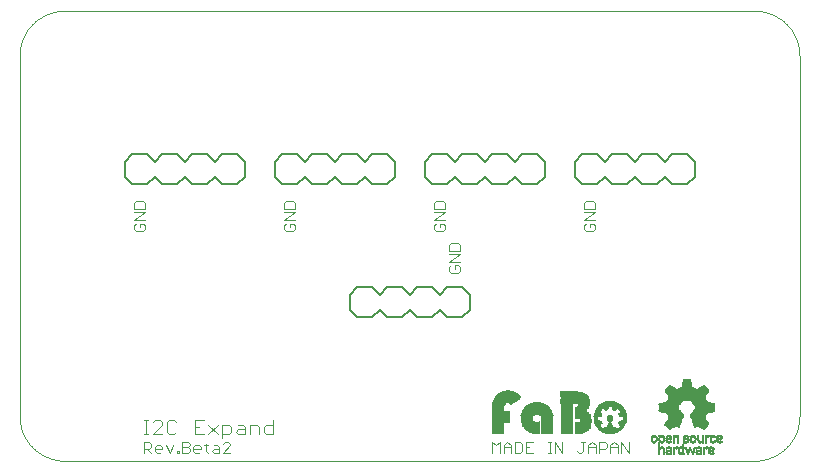
<source format=gto>
G75*
%MOIN*%
%OFA0B0*%
%FSLAX25Y25*%
%IPPOS*%
%LPD*%
%AMOC8*
5,1,8,0,0,1.08239X$1,22.5*
%
%ADD10C,0.00000*%
%ADD11C,0.00300*%
%ADD12C,0.00400*%
%ADD13C,0.00600*%
%ADD14R,0.01008X0.00048*%
%ADD15R,0.00672X0.00048*%
%ADD16R,0.01776X0.00048*%
%ADD17R,0.01584X0.00048*%
%ADD18R,0.02160X0.00048*%
%ADD19R,0.02208X0.00048*%
%ADD20R,0.02352X0.00048*%
%ADD21R,0.02592X0.00048*%
%ADD22R,0.04272X0.00048*%
%ADD23R,0.02544X0.00048*%
%ADD24R,0.03936X0.00048*%
%ADD25R,0.01008X0.00048*%
%ADD26R,0.02976X0.00048*%
%ADD27R,0.04320X0.00048*%
%ADD28R,0.02736X0.00048*%
%ADD29R,0.03984X0.00048*%
%ADD30R,0.04272X0.00048*%
%ADD31R,0.02016X0.00048*%
%ADD32R,0.03312X0.00048*%
%ADD33R,0.04320X0.00048*%
%ADD34R,0.02880X0.00048*%
%ADD35R,0.03984X0.00048*%
%ADD36R,0.03552X0.00048*%
%ADD37R,0.03024X0.00048*%
%ADD38R,0.02592X0.00048*%
%ADD39R,0.03840X0.00048*%
%ADD40R,0.03120X0.00048*%
%ADD41R,0.02832X0.00048*%
%ADD42R,0.04080X0.00048*%
%ADD43R,0.03216X0.00048*%
%ADD44R,0.02976X0.00048*%
%ADD45R,0.03360X0.00048*%
%ADD46R,0.04512X0.00048*%
%ADD47R,0.03456X0.00048*%
%ADD48R,0.03264X0.00048*%
%ADD49R,0.04752X0.00048*%
%ADD50R,0.04944X0.00048*%
%ADD51R,0.03648X0.00048*%
%ADD52R,0.03456X0.00048*%
%ADD53R,0.05136X0.00048*%
%ADD54R,0.03744X0.00048*%
%ADD55R,0.03552X0.00048*%
%ADD56R,0.05328X0.00048*%
%ADD57R,0.03792X0.00048*%
%ADD58R,0.05472X0.00048*%
%ADD59R,0.03888X0.00048*%
%ADD60R,0.05616X0.00048*%
%ADD61R,0.03840X0.00048*%
%ADD62R,0.05760X0.00048*%
%ADD63R,0.04032X0.00048*%
%ADD64R,0.05952X0.00048*%
%ADD65R,0.04128X0.00048*%
%ADD66R,0.06096X0.00048*%
%ADD67R,0.04176X0.00048*%
%ADD68R,0.06240X0.00048*%
%ADD69R,0.04224X0.00048*%
%ADD70R,0.06336X0.00048*%
%ADD71R,0.04176X0.00048*%
%ADD72R,0.06480X0.00048*%
%ADD73R,0.04368X0.00048*%
%ADD74R,0.04224X0.00048*%
%ADD75R,0.06624X0.00048*%
%ADD76R,0.04464X0.00048*%
%ADD77R,0.06720X0.00048*%
%ADD78R,0.04512X0.00048*%
%ADD79R,0.06864X0.00048*%
%ADD80R,0.04560X0.00048*%
%ADD81R,0.04416X0.00048*%
%ADD82R,0.07008X0.00048*%
%ADD83R,0.04608X0.00048*%
%ADD84R,0.04464X0.00048*%
%ADD85R,0.07104X0.00048*%
%ADD86R,0.04656X0.00048*%
%ADD87R,0.07200X0.00048*%
%ADD88R,0.04704X0.00048*%
%ADD89R,0.07296X0.00048*%
%ADD90R,0.07440X0.00048*%
%ADD91R,0.04800X0.00048*%
%ADD92R,0.07536X0.00048*%
%ADD93R,0.04848X0.00048*%
%ADD94R,0.04704X0.00048*%
%ADD95R,0.07632X0.00048*%
%ADD96R,0.04896X0.00048*%
%ADD97R,0.04752X0.00048*%
%ADD98R,0.07728X0.00048*%
%ADD99R,0.04944X0.00048*%
%ADD100R,0.04800X0.00048*%
%ADD101R,0.07824X0.00048*%
%ADD102R,0.04992X0.00048*%
%ADD103R,0.07920X0.00048*%
%ADD104R,0.05040X0.00048*%
%ADD105R,0.08016X0.00048*%
%ADD106R,0.05088X0.00048*%
%ADD107R,0.08064X0.00048*%
%ADD108R,0.01536X0.00048*%
%ADD109R,0.04704X0.00048*%
%ADD110R,0.05184X0.00048*%
%ADD111R,0.01536X0.00048*%
%ADD112R,0.04560X0.00048*%
%ADD113R,0.05232X0.00048*%
%ADD114R,0.05280X0.00048*%
%ADD115R,0.05280X0.00048*%
%ADD116R,0.01488X0.00048*%
%ADD117R,0.05088X0.00048*%
%ADD118R,0.01488X0.00048*%
%ADD119R,0.05376X0.00048*%
%ADD120R,0.03840X0.00048*%
%ADD121R,0.05424X0.00048*%
%ADD122R,0.05136X0.00048*%
%ADD123R,0.00576X0.00048*%
%ADD124R,0.02304X0.00048*%
%ADD125R,0.00624X0.00048*%
%ADD126R,0.05424X0.00048*%
%ADD127R,0.05184X0.00048*%
%ADD128R,0.00432X0.00048*%
%ADD129R,0.02208X0.00048*%
%ADD130R,0.01440X0.00048*%
%ADD131R,0.00288X0.00048*%
%ADD132R,0.02160X0.00048*%
%ADD133R,0.05520X0.00048*%
%ADD134R,0.05232X0.00048*%
%ADD135R,0.01440X0.00048*%
%ADD136R,0.00144X0.00048*%
%ADD137R,0.02112X0.00048*%
%ADD138R,0.00096X0.00048*%
%ADD139R,0.05568X0.00048*%
%ADD140R,0.02064X0.00048*%
%ADD141R,0.05568X0.00048*%
%ADD142R,0.01392X0.00048*%
%ADD143R,0.05616X0.00048*%
%ADD144R,0.05328X0.00048*%
%ADD145R,0.01392X0.00048*%
%ADD146R,0.02016X0.00048*%
%ADD147R,0.01968X0.00048*%
%ADD148R,0.01392X0.00048*%
%ADD149R,0.05664X0.00048*%
%ADD150R,0.01920X0.00048*%
%ADD151R,0.01344X0.00048*%
%ADD152R,0.05712X0.00048*%
%ADD153R,0.01872X0.00048*%
%ADD154R,0.05712X0.00048*%
%ADD155R,0.05376X0.00048*%
%ADD156R,0.01824X0.00048*%
%ADD157R,0.01824X0.00048*%
%ADD158R,0.05760X0.00048*%
%ADD159R,0.01776X0.00048*%
%ADD160R,0.05808X0.00048*%
%ADD161R,0.01584X0.00048*%
%ADD162R,0.01728X0.00048*%
%ADD163R,0.05808X0.00048*%
%ADD164R,0.05472X0.00048*%
%ADD165R,0.01632X0.00048*%
%ADD166R,0.01680X0.00048*%
%ADD167R,0.05856X0.00048*%
%ADD168R,0.01728X0.00048*%
%ADD169R,0.01632X0.00048*%
%ADD170R,0.01680X0.00048*%
%ADD171R,0.05856X0.00048*%
%ADD172R,0.01728X0.00048*%
%ADD173R,0.05904X0.00048*%
%ADD174R,0.05520X0.00048*%
%ADD175R,0.01920X0.00048*%
%ADD176R,0.01920X0.00048*%
%ADD177R,0.05952X0.00048*%
%ADD178R,0.01968X0.00048*%
%ADD179R,0.01440X0.00048*%
%ADD180R,0.06000X0.00048*%
%ADD181R,0.02064X0.00048*%
%ADD182R,0.06000X0.00048*%
%ADD183R,0.02112X0.00048*%
%ADD184R,0.01344X0.00048*%
%ADD185R,0.06048X0.00048*%
%ADD186R,0.01296X0.00048*%
%ADD187R,0.06048X0.00048*%
%ADD188R,0.02256X0.00048*%
%ADD189R,0.01248X0.00048*%
%ADD190R,0.02304X0.00048*%
%ADD191R,0.01200X0.00048*%
%ADD192R,0.01152X0.00048*%
%ADD193R,0.06096X0.00048*%
%ADD194R,0.02400X0.00048*%
%ADD195R,0.01152X0.00048*%
%ADD196R,0.02352X0.00048*%
%ADD197R,0.06144X0.00048*%
%ADD198R,0.02400X0.00048*%
%ADD199R,0.01104X0.00048*%
%ADD200R,0.06144X0.00048*%
%ADD201R,0.01056X0.00048*%
%ADD202R,0.06192X0.00048*%
%ADD203R,0.00960X0.00048*%
%ADD204R,0.06192X0.00048*%
%ADD205R,0.00912X0.00048*%
%ADD206R,0.00864X0.00048*%
%ADD207R,0.04896X0.00048*%
%ADD208R,0.04848X0.00048*%
%ADD209R,0.00864X0.00048*%
%ADD210R,0.00480X0.00048*%
%ADD211R,0.00816X0.00048*%
%ADD212R,0.04656X0.00048*%
%ADD213R,0.00336X0.00048*%
%ADD214R,0.04128X0.00048*%
%ADD215R,0.00768X0.00048*%
%ADD216R,0.00240X0.00048*%
%ADD217R,0.04032X0.00048*%
%ADD218R,0.00768X0.00048*%
%ADD219R,0.03936X0.00048*%
%ADD220R,0.00816X0.00048*%
%ADD221R,0.00048X0.00048*%
%ADD222R,0.03888X0.00048*%
%ADD223R,0.04416X0.00048*%
%ADD224R,0.02304X0.00048*%
%ADD225R,0.04368X0.00048*%
%ADD226R,0.03792X0.00048*%
%ADD227R,0.01440X0.00048*%
%ADD228R,0.01728X0.00048*%
%ADD229R,0.01296X0.00048*%
%ADD230R,0.01872X0.00048*%
%ADD231R,0.03744X0.00048*%
%ADD232R,0.04080X0.00048*%
%ADD233R,0.05520X0.00048*%
%ADD234R,0.04176X0.00048*%
%ADD235R,0.04176X0.00048*%
%ADD236R,0.02112X0.00048*%
%ADD237R,0.02448X0.00048*%
%ADD238R,0.02496X0.00048*%
%ADD239R,0.02496X0.00048*%
%ADD240R,0.02448X0.00048*%
%ADD241R,0.04320X0.00048*%
%ADD242R,0.02544X0.00048*%
%ADD243R,0.00528X0.00048*%
%ADD244R,0.05040X0.00048*%
%ADD245R,0.02640X0.00048*%
%ADD246R,0.04656X0.00048*%
%ADD247R,0.04992X0.00048*%
%ADD248R,0.02640X0.00048*%
%ADD249R,0.04992X0.00048*%
%ADD250R,0.10560X0.00048*%
%ADD251R,0.02688X0.00048*%
%ADD252R,0.10512X0.00048*%
%ADD253R,0.04848X0.00048*%
%ADD254R,0.10512X0.00048*%
%ADD255R,0.10464X0.00048*%
%ADD256R,0.10416X0.00048*%
%ADD257R,0.02448X0.00048*%
%ADD258R,0.10416X0.00048*%
%ADD259R,0.02448X0.00048*%
%ADD260R,0.10320X0.00048*%
%ADD261R,0.10320X0.00048*%
%ADD262R,0.02256X0.00048*%
%ADD263R,0.02256X0.00048*%
%ADD264R,0.10224X0.00048*%
%ADD265R,0.10224X0.00048*%
%ADD266R,0.10176X0.00048*%
%ADD267R,0.02112X0.00048*%
%ADD268R,0.10176X0.00048*%
%ADD269R,0.02064X0.00048*%
%ADD270R,0.10128X0.00048*%
%ADD271R,0.10080X0.00048*%
%ADD272R,0.01920X0.00048*%
%ADD273R,0.09984X0.00048*%
%ADD274R,0.03840X0.00048*%
%ADD275R,0.09984X0.00048*%
%ADD276R,0.01776X0.00048*%
%ADD277R,0.09888X0.00048*%
%ADD278R,0.03648X0.00048*%
%ADD279R,0.09888X0.00048*%
%ADD280R,0.09792X0.00048*%
%ADD281R,0.09792X0.00048*%
%ADD282R,0.03504X0.00048*%
%ADD283R,0.09744X0.00048*%
%ADD284R,0.03600X0.00048*%
%ADD285R,0.09696X0.00048*%
%ADD286R,0.00096X0.00048*%
%ADD287R,0.09648X0.00048*%
%ADD288R,0.03696X0.00048*%
%ADD289R,0.09600X0.00048*%
%ADD290R,0.00480X0.00048*%
%ADD291R,0.09552X0.00048*%
%ADD292R,0.00672X0.00048*%
%ADD293R,0.09456X0.00048*%
%ADD294R,0.09456X0.00048*%
%ADD295R,0.01056X0.00048*%
%ADD296R,0.09360X0.00048*%
%ADD297R,0.01200X0.00048*%
%ADD298R,0.09264X0.00048*%
%ADD299R,0.01248X0.00048*%
%ADD300R,0.09264X0.00048*%
%ADD301R,0.09168X0.00048*%
%ADD302R,0.01392X0.00048*%
%ADD303R,0.09120X0.00048*%
%ADD304R,0.09072X0.00048*%
%ADD305R,0.01584X0.00048*%
%ADD306R,0.08976X0.00048*%
%ADD307R,0.08928X0.00048*%
%ADD308R,0.08832X0.00048*%
%ADD309R,0.08784X0.00048*%
%ADD310R,0.08736X0.00048*%
%ADD311R,0.03792X0.00048*%
%ADD312R,0.08640X0.00048*%
%ADD313R,0.08544X0.00048*%
%ADD314R,0.08448X0.00048*%
%ADD315R,0.08400X0.00048*%
%ADD316R,0.03696X0.00048*%
%ADD317R,0.08304X0.00048*%
%ADD318R,0.08208X0.00048*%
%ADD319R,0.08112X0.00048*%
%ADD320R,0.03648X0.00048*%
%ADD321R,0.03984X0.00048*%
%ADD322R,0.07968X0.00048*%
%ADD323R,0.03600X0.00048*%
%ADD324R,0.07824X0.00048*%
%ADD325R,0.07728X0.00048*%
%ADD326R,0.03504X0.00048*%
%ADD327R,0.07632X0.00048*%
%ADD328R,0.07536X0.00048*%
%ADD329R,0.03648X0.00048*%
%ADD330R,0.08064X0.00048*%
%ADD331R,0.07440X0.00048*%
%ADD332R,0.08016X0.00048*%
%ADD333R,0.07344X0.00048*%
%ADD334R,0.07920X0.00048*%
%ADD335R,0.07248X0.00048*%
%ADD336R,0.07152X0.00048*%
%ADD337R,0.06960X0.00048*%
%ADD338R,0.06864X0.00048*%
%ADD339R,0.06720X0.00048*%
%ADD340R,0.06576X0.00048*%
%ADD341R,0.06480X0.00048*%
%ADD342R,0.07200X0.00048*%
%ADD343R,0.07104X0.00048*%
%ADD344R,0.04320X0.00048*%
%ADD345R,0.06192X0.00048*%
%ADD346R,0.07008X0.00048*%
%ADD347R,0.00192X0.00048*%
%ADD348R,0.06048X0.00048*%
%ADD349R,0.00384X0.00048*%
%ADD350R,0.05712X0.00048*%
%ADD351R,0.06336X0.00048*%
%ADD352R,0.06240X0.00048*%
%ADD353R,0.04128X0.00048*%
%ADD354R,0.03984X0.00048*%
%ADD355R,0.04512X0.00048*%
%ADD356R,0.09744X0.00048*%
%ADD357R,0.02976X0.00048*%
%ADD358R,0.07248X0.00048*%
%ADD359R,0.07344X0.00048*%
%ADD360R,0.07488X0.00048*%
%ADD361R,0.07488X0.00048*%
%ADD362R,0.07584X0.00048*%
%ADD363R,0.07680X0.00048*%
%ADD364R,0.00624X0.00048*%
%ADD365R,0.07872X0.00048*%
%ADD366R,0.09696X0.00048*%
%ADD367R,0.07920X0.00048*%
%ADD368R,0.07968X0.00048*%
%ADD369R,0.08064X0.00048*%
%ADD370R,0.08160X0.00048*%
%ADD371R,0.08160X0.00048*%
%ADD372R,0.09648X0.00048*%
%ADD373R,0.08208X0.00048*%
%ADD374R,0.08256X0.00048*%
%ADD375R,0.08304X0.00048*%
%ADD376R,0.09600X0.00048*%
%ADD377R,0.08352X0.00048*%
%ADD378R,0.08400X0.00048*%
%ADD379R,0.08448X0.00048*%
%ADD380R,0.09552X0.00048*%
%ADD381R,0.08448X0.00048*%
%ADD382R,0.08496X0.00048*%
%ADD383R,0.09504X0.00048*%
%ADD384R,0.08592X0.00048*%
%ADD385R,0.09504X0.00048*%
%ADD386R,0.08640X0.00048*%
%ADD387R,0.08688X0.00048*%
%ADD388R,0.09408X0.00048*%
%ADD389R,0.08688X0.00048*%
%ADD390R,0.08592X0.00048*%
%ADD391R,0.08544X0.00048*%
%ADD392R,0.09360X0.00048*%
%ADD393R,0.08448X0.00048*%
%ADD394R,0.09312X0.00048*%
%ADD395R,0.08352X0.00048*%
%ADD396R,0.09312X0.00048*%
%ADD397R,0.08256X0.00048*%
%ADD398R,0.08256X0.00048*%
%ADD399R,0.09216X0.00048*%
%ADD400R,0.09168X0.00048*%
%ADD401R,0.07776X0.00048*%
%ADD402R,0.09024X0.00048*%
%ADD403R,0.07680X0.00048*%
%ADD404R,0.09024X0.00048*%
%ADD405R,0.07584X0.00048*%
%ADD406R,0.07392X0.00048*%
%ADD407R,0.08880X0.00048*%
%ADD408R,0.07296X0.00048*%
%ADD409R,0.08832X0.00048*%
%ADD410R,0.08784X0.00048*%
%ADD411R,0.07104X0.00048*%
%ADD412R,0.06912X0.00048*%
%ADD413R,0.06768X0.00048*%
%ADD414R,0.06624X0.00048*%
%ADD415R,0.06528X0.00048*%
%ADD416R,0.06384X0.00048*%
%ADD417R,0.06240X0.00048*%
%ADD418R,0.05856X0.00048*%
%ADD419R,0.05184X0.00048*%
%ADD420R,0.06912X0.00048*%
%ADD421R,0.06288X0.00048*%
%ADD422R,0.03456X0.00048*%
%ADD423R,0.03120X0.00048*%
%ADD424R,0.02784X0.00048*%
%ADD425R,0.00650X0.00050*%
%ADD426R,0.00950X0.00050*%
%ADD427R,0.00800X0.00050*%
%ADD428R,0.00550X0.00050*%
%ADD429R,0.00600X0.00050*%
%ADD430R,0.01750X0.00050*%
%ADD431R,0.01000X0.00050*%
%ADD432R,0.01200X0.00050*%
%ADD433R,0.01800X0.00050*%
%ADD434R,0.01350X0.00050*%
%ADD435R,0.01900X0.00050*%
%ADD436R,0.00700X0.00050*%
%ADD437R,0.01850X0.00050*%
%ADD438R,0.01500X0.00050*%
%ADD439R,0.01950X0.00050*%
%ADD440R,0.01650X0.00050*%
%ADD441R,0.00750X0.00050*%
%ADD442R,0.02000X0.00050*%
%ADD443R,0.02050X0.00050*%
%ADD444R,0.00850X0.00050*%
%ADD445R,0.02100X0.00050*%
%ADD446R,0.00900X0.00050*%
%ADD447R,0.00450X0.00050*%
%ADD448R,0.00300X0.00050*%
%ADD449R,0.00200X0.00050*%
%ADD450R,0.01050X0.00050*%
%ADD451R,0.00100X0.00050*%
%ADD452R,0.01100X0.00050*%
%ADD453R,0.01150X0.00050*%
%ADD454R,0.02200X0.00050*%
%ADD455R,0.01250X0.00050*%
%ADD456R,0.00150X0.00050*%
%ADD457R,0.00250X0.00050*%
%ADD458R,0.00500X0.00050*%
%ADD459R,0.01550X0.00050*%
%ADD460R,0.01600X0.00050*%
%ADD461R,0.01700X0.00050*%
%ADD462R,0.01400X0.00050*%
%ADD463R,0.01300X0.00050*%
%ADD464R,0.00400X0.00050*%
%ADD465R,0.01450X0.00050*%
%ADD466R,0.02150X0.00050*%
%ADD467R,0.00350X0.00050*%
%ADD468R,0.00050X0.00050*%
%ADD469R,0.02250X0.00050*%
%ADD470R,0.02400X0.00050*%
%ADD471R,0.02500X0.00050*%
%ADD472R,0.02650X0.00050*%
%ADD473R,0.02750X0.00050*%
%ADD474R,0.02900X0.00050*%
%ADD475R,0.03000X0.00050*%
%ADD476R,0.03150X0.00050*%
%ADD477R,0.03250X0.00050*%
%ADD478R,0.04600X0.00050*%
%ADD479R,0.04650X0.00050*%
%ADD480R,0.04750X0.00050*%
%ADD481R,0.04800X0.00050*%
%ADD482R,0.04900X0.00050*%
%ADD483R,0.04950X0.00050*%
%ADD484R,0.05000X0.00050*%
%ADD485R,0.05100X0.00050*%
%ADD486R,0.05150X0.00050*%
%ADD487R,0.05200X0.00050*%
%ADD488R,0.05250X0.00050*%
%ADD489R,0.05050X0.00050*%
%ADD490R,0.04850X0.00050*%
%ADD491R,0.05300X0.00050*%
%ADD492R,0.05350X0.00050*%
%ADD493R,0.05450X0.00050*%
%ADD494R,0.05500X0.00050*%
%ADD495R,0.05550X0.00050*%
%ADD496R,0.05650X0.00050*%
%ADD497R,0.05600X0.00050*%
%ADD498R,0.05400X0.00050*%
%ADD499R,0.05700X0.00050*%
%ADD500R,0.05900X0.00050*%
%ADD501R,0.06150X0.00050*%
%ADD502R,0.06350X0.00050*%
%ADD503R,0.06550X0.00050*%
%ADD504R,0.06850X0.00050*%
%ADD505R,0.07050X0.00050*%
%ADD506R,0.07100X0.00050*%
%ADD507R,0.07000X0.00050*%
%ADD508R,0.06950X0.00050*%
%ADD509R,0.06900X0.00050*%
%ADD510R,0.06800X0.00050*%
%ADD511R,0.06600X0.00050*%
%ADD512R,0.05750X0.00050*%
%ADD513R,0.06050X0.00050*%
%ADD514R,0.13050X0.00050*%
%ADD515R,0.12950X0.00050*%
%ADD516R,0.12850X0.00050*%
%ADD517R,0.12750X0.00050*%
%ADD518R,0.12650X0.00050*%
%ADD519R,0.12550X0.00050*%
%ADD520R,0.12450X0.00050*%
%ADD521R,0.12350X0.00050*%
%ADD522R,0.12250X0.00050*%
%ADD523R,0.12150X0.00050*%
%ADD524R,0.13150X0.00050*%
%ADD525R,0.13250X0.00050*%
%ADD526R,0.13350X0.00050*%
%ADD527R,0.13450X0.00050*%
%ADD528R,0.13550X0.00050*%
%ADD529R,0.13650X0.00050*%
%ADD530R,0.13750X0.00050*%
%ADD531R,0.13850X0.00050*%
%ADD532R,0.13950X0.00050*%
%ADD533R,0.14050X0.00050*%
%ADD534R,0.14150X0.00050*%
%ADD535R,0.14250X0.00050*%
%ADD536R,0.14350X0.00050*%
%ADD537R,0.14450X0.00050*%
%ADD538R,0.14550X0.00050*%
%ADD539R,0.14650X0.00050*%
%ADD540R,0.14750X0.00050*%
%ADD541R,0.14850X0.00050*%
%ADD542R,0.14950X0.00050*%
%ADD543R,0.03450X0.00050*%
%ADD544R,0.06750X0.00050*%
%ADD545R,0.03300X0.00050*%
%ADD546R,0.06450X0.00050*%
%ADD547R,0.03200X0.00050*%
%ADD548R,0.06250X0.00050*%
%ADD549R,0.03050X0.00050*%
%ADD550R,0.05950X0.00050*%
%ADD551R,0.02950X0.00050*%
%ADD552R,0.02850X0.00050*%
%ADD553R,0.02800X0.00050*%
%ADD554R,0.02700X0.00050*%
%ADD555R,0.02600X0.00050*%
%ADD556R,0.02450X0.00050*%
%ADD557R,0.02350X0.00050*%
%ADD558R,0.04550X0.00050*%
%ADD559R,0.04250X0.00050*%
%ADD560R,0.04050X0.00050*%
%ADD561R,0.03750X0.00050*%
%ADD562R,0.03650X0.00050*%
%ADD563R,0.03550X0.00050*%
%ADD564R,0.03350X0.00050*%
D10*
X0022200Y0007200D02*
X0252200Y0007200D01*
X0252562Y0007204D01*
X0252925Y0007218D01*
X0253287Y0007239D01*
X0253648Y0007270D01*
X0254008Y0007309D01*
X0254367Y0007357D01*
X0254725Y0007414D01*
X0255082Y0007479D01*
X0255437Y0007553D01*
X0255790Y0007636D01*
X0256141Y0007727D01*
X0256489Y0007826D01*
X0256835Y0007934D01*
X0257179Y0008050D01*
X0257519Y0008175D01*
X0257856Y0008307D01*
X0258190Y0008448D01*
X0258521Y0008597D01*
X0258848Y0008754D01*
X0259171Y0008918D01*
X0259490Y0009090D01*
X0259804Y0009270D01*
X0260115Y0009458D01*
X0260420Y0009653D01*
X0260721Y0009855D01*
X0261017Y0010065D01*
X0261307Y0010281D01*
X0261593Y0010505D01*
X0261873Y0010735D01*
X0262147Y0010972D01*
X0262415Y0011216D01*
X0262678Y0011466D01*
X0262934Y0011722D01*
X0263184Y0011985D01*
X0263428Y0012253D01*
X0263665Y0012527D01*
X0263895Y0012807D01*
X0264119Y0013093D01*
X0264335Y0013383D01*
X0264545Y0013679D01*
X0264747Y0013980D01*
X0264942Y0014285D01*
X0265130Y0014596D01*
X0265310Y0014910D01*
X0265482Y0015229D01*
X0265646Y0015552D01*
X0265803Y0015879D01*
X0265952Y0016210D01*
X0266093Y0016544D01*
X0266225Y0016881D01*
X0266350Y0017221D01*
X0266466Y0017565D01*
X0266574Y0017911D01*
X0266673Y0018259D01*
X0266764Y0018610D01*
X0266847Y0018963D01*
X0266921Y0019318D01*
X0266986Y0019675D01*
X0267043Y0020033D01*
X0267091Y0020392D01*
X0267130Y0020752D01*
X0267161Y0021113D01*
X0267182Y0021475D01*
X0267196Y0021838D01*
X0267200Y0022200D01*
X0267200Y0142200D01*
X0267196Y0142562D01*
X0267182Y0142925D01*
X0267161Y0143287D01*
X0267130Y0143648D01*
X0267091Y0144008D01*
X0267043Y0144367D01*
X0266986Y0144725D01*
X0266921Y0145082D01*
X0266847Y0145437D01*
X0266764Y0145790D01*
X0266673Y0146141D01*
X0266574Y0146489D01*
X0266466Y0146835D01*
X0266350Y0147179D01*
X0266225Y0147519D01*
X0266093Y0147856D01*
X0265952Y0148190D01*
X0265803Y0148521D01*
X0265646Y0148848D01*
X0265482Y0149171D01*
X0265310Y0149490D01*
X0265130Y0149804D01*
X0264942Y0150115D01*
X0264747Y0150420D01*
X0264545Y0150721D01*
X0264335Y0151017D01*
X0264119Y0151307D01*
X0263895Y0151593D01*
X0263665Y0151873D01*
X0263428Y0152147D01*
X0263184Y0152415D01*
X0262934Y0152678D01*
X0262678Y0152934D01*
X0262415Y0153184D01*
X0262147Y0153428D01*
X0261873Y0153665D01*
X0261593Y0153895D01*
X0261307Y0154119D01*
X0261017Y0154335D01*
X0260721Y0154545D01*
X0260420Y0154747D01*
X0260115Y0154942D01*
X0259804Y0155130D01*
X0259490Y0155310D01*
X0259171Y0155482D01*
X0258848Y0155646D01*
X0258521Y0155803D01*
X0258190Y0155952D01*
X0257856Y0156093D01*
X0257519Y0156225D01*
X0257179Y0156350D01*
X0256835Y0156466D01*
X0256489Y0156574D01*
X0256141Y0156673D01*
X0255790Y0156764D01*
X0255437Y0156847D01*
X0255082Y0156921D01*
X0254725Y0156986D01*
X0254367Y0157043D01*
X0254008Y0157091D01*
X0253648Y0157130D01*
X0253287Y0157161D01*
X0252925Y0157182D01*
X0252562Y0157196D01*
X0252200Y0157200D01*
X0022200Y0157200D01*
X0021838Y0157196D01*
X0021475Y0157182D01*
X0021113Y0157161D01*
X0020752Y0157130D01*
X0020392Y0157091D01*
X0020033Y0157043D01*
X0019675Y0156986D01*
X0019318Y0156921D01*
X0018963Y0156847D01*
X0018610Y0156764D01*
X0018259Y0156673D01*
X0017911Y0156574D01*
X0017565Y0156466D01*
X0017221Y0156350D01*
X0016881Y0156225D01*
X0016544Y0156093D01*
X0016210Y0155952D01*
X0015879Y0155803D01*
X0015552Y0155646D01*
X0015229Y0155482D01*
X0014910Y0155310D01*
X0014596Y0155130D01*
X0014285Y0154942D01*
X0013980Y0154747D01*
X0013679Y0154545D01*
X0013383Y0154335D01*
X0013093Y0154119D01*
X0012807Y0153895D01*
X0012527Y0153665D01*
X0012253Y0153428D01*
X0011985Y0153184D01*
X0011722Y0152934D01*
X0011466Y0152678D01*
X0011216Y0152415D01*
X0010972Y0152147D01*
X0010735Y0151873D01*
X0010505Y0151593D01*
X0010281Y0151307D01*
X0010065Y0151017D01*
X0009855Y0150721D01*
X0009653Y0150420D01*
X0009458Y0150115D01*
X0009270Y0149804D01*
X0009090Y0149490D01*
X0008918Y0149171D01*
X0008754Y0148848D01*
X0008597Y0148521D01*
X0008448Y0148190D01*
X0008307Y0147856D01*
X0008175Y0147519D01*
X0008050Y0147179D01*
X0007934Y0146835D01*
X0007826Y0146489D01*
X0007727Y0146141D01*
X0007636Y0145790D01*
X0007553Y0145437D01*
X0007479Y0145082D01*
X0007414Y0144725D01*
X0007357Y0144367D01*
X0007309Y0144008D01*
X0007270Y0143648D01*
X0007239Y0143287D01*
X0007218Y0142925D01*
X0007204Y0142562D01*
X0007200Y0142200D01*
X0007200Y0022200D01*
X0007204Y0021838D01*
X0007218Y0021475D01*
X0007239Y0021113D01*
X0007270Y0020752D01*
X0007309Y0020392D01*
X0007357Y0020033D01*
X0007414Y0019675D01*
X0007479Y0019318D01*
X0007553Y0018963D01*
X0007636Y0018610D01*
X0007727Y0018259D01*
X0007826Y0017911D01*
X0007934Y0017565D01*
X0008050Y0017221D01*
X0008175Y0016881D01*
X0008307Y0016544D01*
X0008448Y0016210D01*
X0008597Y0015879D01*
X0008754Y0015552D01*
X0008918Y0015229D01*
X0009090Y0014910D01*
X0009270Y0014596D01*
X0009458Y0014285D01*
X0009653Y0013980D01*
X0009855Y0013679D01*
X0010065Y0013383D01*
X0010281Y0013093D01*
X0010505Y0012807D01*
X0010735Y0012527D01*
X0010972Y0012253D01*
X0011216Y0011985D01*
X0011466Y0011722D01*
X0011722Y0011466D01*
X0011985Y0011216D01*
X0012253Y0010972D01*
X0012527Y0010735D01*
X0012807Y0010505D01*
X0013093Y0010281D01*
X0013383Y0010065D01*
X0013679Y0009855D01*
X0013980Y0009653D01*
X0014285Y0009458D01*
X0014596Y0009270D01*
X0014910Y0009090D01*
X0015229Y0008918D01*
X0015552Y0008754D01*
X0015879Y0008597D01*
X0016210Y0008448D01*
X0016544Y0008307D01*
X0016881Y0008175D01*
X0017221Y0008050D01*
X0017565Y0007934D01*
X0017911Y0007826D01*
X0018259Y0007727D01*
X0018610Y0007636D01*
X0018963Y0007553D01*
X0019318Y0007479D01*
X0019675Y0007414D01*
X0020033Y0007357D01*
X0020392Y0007309D01*
X0020752Y0007270D01*
X0021113Y0007239D01*
X0021475Y0007218D01*
X0021838Y0007204D01*
X0022200Y0007200D01*
D11*
X0048600Y0009850D02*
X0048600Y0013553D01*
X0050452Y0013553D01*
X0051069Y0012936D01*
X0051069Y0011702D01*
X0050452Y0011084D01*
X0048600Y0011084D01*
X0049834Y0011084D02*
X0051069Y0009850D01*
X0052283Y0010467D02*
X0052283Y0011702D01*
X0052900Y0012319D01*
X0054135Y0012319D01*
X0054752Y0011702D01*
X0054752Y0011084D01*
X0052283Y0011084D01*
X0052283Y0010467D02*
X0052900Y0009850D01*
X0054135Y0009850D01*
X0057201Y0009850D02*
X0058435Y0012319D01*
X0059649Y0010467D02*
X0060267Y0010467D01*
X0060267Y0009850D01*
X0059649Y0009850D01*
X0059649Y0010467D01*
X0061491Y0009850D02*
X0063343Y0009850D01*
X0063960Y0010467D01*
X0063960Y0011084D01*
X0063343Y0011702D01*
X0061491Y0011702D01*
X0061491Y0013553D02*
X0063343Y0013553D01*
X0063960Y0012936D01*
X0063960Y0012319D01*
X0063343Y0011702D01*
X0065174Y0011702D02*
X0065791Y0012319D01*
X0067026Y0012319D01*
X0067643Y0011702D01*
X0067643Y0011084D01*
X0065174Y0011084D01*
X0065174Y0010467D02*
X0065174Y0011702D01*
X0065174Y0010467D02*
X0065791Y0009850D01*
X0067026Y0009850D01*
X0069474Y0010467D02*
X0070092Y0009850D01*
X0069474Y0010467D02*
X0069474Y0012936D01*
X0068857Y0012319D02*
X0070092Y0012319D01*
X0071930Y0012319D02*
X0073164Y0012319D01*
X0073781Y0011702D01*
X0073781Y0009850D01*
X0071930Y0009850D01*
X0071313Y0010467D01*
X0071930Y0011084D01*
X0073781Y0011084D01*
X0074996Y0009850D02*
X0077465Y0012319D01*
X0077465Y0012936D01*
X0076847Y0013553D01*
X0075613Y0013553D01*
X0074996Y0012936D01*
X0074996Y0009850D02*
X0077465Y0009850D01*
X0061491Y0009850D02*
X0061491Y0013553D01*
X0055966Y0012319D02*
X0057201Y0009850D01*
X0150347Y0070467D02*
X0150964Y0069850D01*
X0153433Y0069850D01*
X0154050Y0070467D01*
X0154050Y0071702D01*
X0153433Y0072319D01*
X0152198Y0072319D01*
X0152198Y0071084D01*
X0150964Y0072319D02*
X0150347Y0071702D01*
X0150347Y0070467D01*
X0150347Y0073533D02*
X0154050Y0076002D01*
X0150347Y0076002D01*
X0150347Y0077216D02*
X0150347Y0079068D01*
X0150964Y0079685D01*
X0153433Y0079685D01*
X0154050Y0079068D01*
X0154050Y0077216D01*
X0150347Y0077216D01*
X0150347Y0073533D02*
X0154050Y0073533D01*
X0148433Y0083801D02*
X0145964Y0083801D01*
X0145347Y0084418D01*
X0145347Y0085652D01*
X0145964Y0086269D01*
X0147198Y0086269D02*
X0147198Y0085035D01*
X0147198Y0086269D02*
X0148433Y0086269D01*
X0149050Y0085652D01*
X0149050Y0084418D01*
X0148433Y0083801D01*
X0149050Y0087484D02*
X0145347Y0087484D01*
X0149050Y0089952D01*
X0145347Y0089952D01*
X0145347Y0091167D02*
X0145347Y0093018D01*
X0145964Y0093636D01*
X0148433Y0093636D01*
X0149050Y0093018D01*
X0149050Y0091167D01*
X0145347Y0091167D01*
X0099050Y0091167D02*
X0099050Y0093018D01*
X0098433Y0093636D01*
X0095964Y0093636D01*
X0095347Y0093018D01*
X0095347Y0091167D01*
X0099050Y0091167D01*
X0099050Y0089952D02*
X0095347Y0089952D01*
X0095347Y0087484D02*
X0099050Y0089952D01*
X0099050Y0087484D02*
X0095347Y0087484D01*
X0095964Y0086269D02*
X0095347Y0085652D01*
X0095347Y0084418D01*
X0095964Y0083801D01*
X0098433Y0083801D01*
X0099050Y0084418D01*
X0099050Y0085652D01*
X0098433Y0086269D01*
X0097198Y0086269D01*
X0097198Y0085035D01*
X0049050Y0084418D02*
X0048433Y0083801D01*
X0045964Y0083801D01*
X0045347Y0084418D01*
X0045347Y0085652D01*
X0045964Y0086269D01*
X0047198Y0086269D02*
X0047198Y0085035D01*
X0047198Y0086269D02*
X0048433Y0086269D01*
X0049050Y0085652D01*
X0049050Y0084418D01*
X0049050Y0087484D02*
X0045347Y0087484D01*
X0049050Y0089952D01*
X0045347Y0089952D01*
X0045347Y0091167D02*
X0045347Y0093018D01*
X0045964Y0093636D01*
X0048433Y0093636D01*
X0049050Y0093018D01*
X0049050Y0091167D01*
X0045347Y0091167D01*
X0164850Y0013553D02*
X0166084Y0012319D01*
X0167319Y0013553D01*
X0167319Y0009850D01*
X0168533Y0009850D02*
X0168533Y0012319D01*
X0169768Y0013553D01*
X0171002Y0012319D01*
X0171002Y0009850D01*
X0172216Y0009850D02*
X0174068Y0009850D01*
X0174685Y0010467D01*
X0174685Y0012936D01*
X0174068Y0013553D01*
X0172216Y0013553D01*
X0172216Y0009850D01*
X0171002Y0011702D02*
X0168533Y0011702D01*
X0164850Y0013553D02*
X0164850Y0009850D01*
X0175899Y0009850D02*
X0178368Y0009850D01*
X0175899Y0009850D02*
X0175899Y0013553D01*
X0178368Y0013553D01*
X0177134Y0011702D02*
X0175899Y0011702D01*
X0183266Y0013553D02*
X0184500Y0013553D01*
X0183883Y0013553D02*
X0183883Y0009850D01*
X0183266Y0009850D02*
X0184500Y0009850D01*
X0185721Y0009850D02*
X0185721Y0013553D01*
X0188190Y0009850D01*
X0188190Y0013553D01*
X0193087Y0010467D02*
X0193705Y0009850D01*
X0194322Y0009850D01*
X0194939Y0010467D01*
X0194939Y0013553D01*
X0194322Y0013553D02*
X0195556Y0013553D01*
X0196771Y0012319D02*
X0198005Y0013553D01*
X0199239Y0012319D01*
X0199239Y0009850D01*
X0200454Y0009850D02*
X0200454Y0013553D01*
X0202305Y0013553D01*
X0202923Y0012936D01*
X0202923Y0011702D01*
X0202305Y0011084D01*
X0200454Y0011084D01*
X0199239Y0011702D02*
X0196771Y0011702D01*
X0196771Y0012319D02*
X0196771Y0009850D01*
X0204137Y0009850D02*
X0204137Y0012319D01*
X0205371Y0013553D01*
X0206606Y0012319D01*
X0206606Y0009850D01*
X0207820Y0009850D02*
X0207820Y0013553D01*
X0210289Y0009850D01*
X0210289Y0013553D01*
X0206606Y0011702D02*
X0204137Y0011702D01*
X0198433Y0083801D02*
X0195964Y0083801D01*
X0195347Y0084418D01*
X0195347Y0085652D01*
X0195964Y0086269D01*
X0197198Y0086269D02*
X0197198Y0085035D01*
X0197198Y0086269D02*
X0198433Y0086269D01*
X0199050Y0085652D01*
X0199050Y0084418D01*
X0198433Y0083801D01*
X0199050Y0087484D02*
X0195347Y0087484D01*
X0199050Y0089952D01*
X0195347Y0089952D01*
X0195347Y0091167D02*
X0195347Y0093018D01*
X0195964Y0093636D01*
X0198433Y0093636D01*
X0199050Y0093018D01*
X0199050Y0091167D01*
X0195347Y0091167D01*
D12*
X0091620Y0020754D02*
X0091620Y0016150D01*
X0089318Y0016150D01*
X0088551Y0016917D01*
X0088551Y0018452D01*
X0089318Y0019219D01*
X0091620Y0019219D01*
X0087016Y0018452D02*
X0087016Y0016150D01*
X0083947Y0016150D02*
X0083947Y0019219D01*
X0086249Y0019219D01*
X0087016Y0018452D01*
X0082412Y0018452D02*
X0082412Y0016150D01*
X0080110Y0016150D01*
X0079343Y0016917D01*
X0080110Y0017685D01*
X0082412Y0017685D01*
X0082412Y0018452D02*
X0081645Y0019219D01*
X0080110Y0019219D01*
X0077808Y0018452D02*
X0077808Y0016917D01*
X0077041Y0016150D01*
X0074739Y0016150D01*
X0074739Y0014615D02*
X0074739Y0019219D01*
X0077041Y0019219D01*
X0077808Y0018452D01*
X0073204Y0019219D02*
X0070135Y0016150D01*
X0068600Y0016150D02*
X0065531Y0016150D01*
X0065531Y0020754D01*
X0068600Y0020754D01*
X0070135Y0019219D02*
X0073204Y0016150D01*
X0067066Y0018452D02*
X0065531Y0018452D01*
X0059392Y0019987D02*
X0058625Y0020754D01*
X0057091Y0020754D01*
X0056323Y0019987D01*
X0056323Y0016917D01*
X0057091Y0016150D01*
X0058625Y0016150D01*
X0059392Y0016917D01*
X0054789Y0016150D02*
X0051719Y0016150D01*
X0054789Y0019219D01*
X0054789Y0019987D01*
X0054021Y0020754D01*
X0052487Y0020754D01*
X0051719Y0019987D01*
X0050185Y0020754D02*
X0048650Y0020754D01*
X0049417Y0020754D02*
X0049417Y0016150D01*
X0048650Y0016150D02*
X0050185Y0016150D01*
D13*
X0117200Y0057456D02*
X0117200Y0062456D01*
X0119700Y0064956D01*
X0124700Y0064956D01*
X0127200Y0062456D01*
X0129700Y0064956D01*
X0134700Y0064956D01*
X0137200Y0062456D01*
X0139700Y0064956D01*
X0144700Y0064956D01*
X0147200Y0062456D01*
X0149700Y0064956D01*
X0154700Y0064956D01*
X0157200Y0062456D01*
X0157200Y0057456D01*
X0154700Y0054956D01*
X0149700Y0054956D01*
X0147200Y0057456D01*
X0144700Y0054956D01*
X0139700Y0054956D01*
X0137200Y0057456D01*
X0134700Y0054956D01*
X0129700Y0054956D01*
X0127200Y0057456D01*
X0124700Y0054956D01*
X0119700Y0054956D01*
X0117200Y0057456D01*
X0114700Y0099444D02*
X0112200Y0101944D01*
X0109700Y0099444D01*
X0104700Y0099444D01*
X0102200Y0101944D01*
X0099700Y0099444D01*
X0094700Y0099444D01*
X0092200Y0101944D01*
X0092200Y0106944D01*
X0094700Y0109444D01*
X0099700Y0109444D01*
X0102200Y0106944D01*
X0104700Y0109444D01*
X0109700Y0109444D01*
X0112200Y0106944D01*
X0114700Y0109444D01*
X0119700Y0109444D01*
X0122200Y0106944D01*
X0124700Y0109444D01*
X0129700Y0109444D01*
X0132200Y0106944D01*
X0132200Y0101944D01*
X0129700Y0099444D01*
X0124700Y0099444D01*
X0122200Y0101944D01*
X0119700Y0099444D01*
X0114700Y0099444D01*
X0142200Y0101944D02*
X0144700Y0099444D01*
X0149700Y0099444D01*
X0152200Y0101944D01*
X0154700Y0099444D01*
X0159700Y0099444D01*
X0162200Y0101944D01*
X0164700Y0099444D01*
X0169700Y0099444D01*
X0172200Y0101944D01*
X0174700Y0099444D01*
X0179700Y0099444D01*
X0182200Y0101944D01*
X0182200Y0106944D01*
X0179700Y0109444D01*
X0174700Y0109444D01*
X0172200Y0106944D01*
X0169700Y0109444D01*
X0164700Y0109444D01*
X0162200Y0106944D01*
X0159700Y0109444D01*
X0154700Y0109444D01*
X0152200Y0106944D01*
X0149700Y0109444D01*
X0144700Y0109444D01*
X0142200Y0106944D01*
X0142200Y0101944D01*
X0192200Y0101944D02*
X0194700Y0099444D01*
X0199700Y0099444D01*
X0202200Y0101944D01*
X0204700Y0099444D01*
X0209700Y0099444D01*
X0212200Y0101944D01*
X0214700Y0099444D01*
X0219700Y0099444D01*
X0222200Y0101944D01*
X0224700Y0099444D01*
X0229700Y0099444D01*
X0232200Y0101944D01*
X0232200Y0106944D01*
X0229700Y0109444D01*
X0224700Y0109444D01*
X0222200Y0106944D01*
X0219700Y0109444D01*
X0214700Y0109444D01*
X0212200Y0106944D01*
X0209700Y0109444D01*
X0204700Y0109444D01*
X0202200Y0106944D01*
X0199700Y0109444D01*
X0194700Y0109444D01*
X0192200Y0106944D01*
X0192200Y0101944D01*
X0082200Y0101944D02*
X0079700Y0099444D01*
X0074700Y0099444D01*
X0072200Y0101944D01*
X0069700Y0099444D01*
X0064700Y0099444D01*
X0062200Y0101944D01*
X0059700Y0099444D01*
X0054700Y0099444D01*
X0052200Y0101944D01*
X0049700Y0099444D01*
X0044700Y0099444D01*
X0042200Y0101944D01*
X0042200Y0106944D01*
X0044700Y0109444D01*
X0049700Y0109444D01*
X0052200Y0106944D01*
X0054700Y0109444D01*
X0059700Y0109444D01*
X0062200Y0106944D01*
X0064700Y0109444D01*
X0069700Y0109444D01*
X0072200Y0106944D01*
X0074700Y0109444D01*
X0079700Y0109444D01*
X0082200Y0106944D01*
X0082200Y0101944D01*
D14*
X0204108Y0021950D03*
X0179676Y0015950D03*
D15*
X0180324Y0019790D03*
X0204132Y0015950D03*
D16*
X0208092Y0018926D03*
X0208284Y0023534D03*
X0179676Y0015998D03*
X0171084Y0026366D03*
D17*
X0204108Y0018926D03*
X0208092Y0018734D03*
X0204108Y0015998D03*
D18*
X0200172Y0019214D03*
X0179580Y0016046D03*
D19*
X0200004Y0023054D03*
X0208260Y0023054D03*
X0204132Y0016046D03*
D20*
X0208044Y0019358D03*
X0208044Y0019406D03*
X0208092Y0019598D03*
X0208140Y0019694D03*
X0208188Y0019838D03*
X0208236Y0019934D03*
X0208236Y0020030D03*
X0208284Y0020126D03*
X0208428Y0021806D03*
X0200220Y0019406D03*
X0200028Y0019934D03*
X0199980Y0020030D03*
X0199836Y0021806D03*
X0193548Y0016238D03*
X0179484Y0016094D03*
X0170076Y0030206D03*
D21*
X0200004Y0022238D03*
X0208164Y0022670D03*
X0208212Y0022334D03*
X0208260Y0022238D03*
X0204132Y0016094D03*
D22*
X0195900Y0019838D03*
X0194508Y0023102D03*
X0194508Y0024398D03*
X0195180Y0026126D03*
X0189708Y0026126D03*
X0189708Y0026174D03*
X0189708Y0026030D03*
X0189708Y0025934D03*
X0189708Y0025838D03*
X0189708Y0025742D03*
X0189708Y0025694D03*
X0189708Y0025598D03*
X0189708Y0025502D03*
X0189708Y0025406D03*
X0189708Y0025358D03*
X0189708Y0025262D03*
X0189708Y0025166D03*
X0189708Y0025070D03*
X0189708Y0024974D03*
X0189708Y0024926D03*
X0189708Y0024830D03*
X0189708Y0024734D03*
X0189708Y0024638D03*
X0189708Y0024542D03*
X0189708Y0024494D03*
X0189708Y0024398D03*
X0189708Y0024302D03*
X0189708Y0024206D03*
X0189708Y0024158D03*
X0189708Y0024062D03*
X0189708Y0023966D03*
X0189708Y0023870D03*
X0189708Y0023774D03*
X0189708Y0023726D03*
X0189708Y0023630D03*
X0189708Y0023534D03*
X0189708Y0023438D03*
X0189708Y0023342D03*
X0189708Y0023294D03*
X0189708Y0023198D03*
X0189708Y0023102D03*
X0189708Y0023006D03*
X0189708Y0022958D03*
X0189708Y0022862D03*
X0189708Y0022766D03*
X0189708Y0022670D03*
X0189708Y0022574D03*
X0189708Y0022526D03*
X0189708Y0022430D03*
X0189708Y0022334D03*
X0189708Y0022238D03*
X0189708Y0022142D03*
X0189708Y0022094D03*
X0189708Y0021998D03*
X0189708Y0021902D03*
X0189708Y0021806D03*
X0189708Y0021758D03*
X0189708Y0021662D03*
X0189708Y0021566D03*
X0189708Y0021470D03*
X0189708Y0021374D03*
X0189708Y0021326D03*
X0189708Y0021230D03*
X0189708Y0021134D03*
X0189708Y0021038D03*
X0189708Y0020942D03*
X0189708Y0020894D03*
X0189708Y0020798D03*
X0189708Y0020702D03*
X0189708Y0020606D03*
X0189708Y0020558D03*
X0189708Y0020462D03*
X0189708Y0020366D03*
X0189708Y0020270D03*
X0189708Y0020174D03*
X0189708Y0020126D03*
X0189708Y0020030D03*
X0189708Y0019934D03*
X0189708Y0019838D03*
X0189708Y0019742D03*
X0189708Y0019694D03*
X0189708Y0019598D03*
X0189708Y0019502D03*
X0189708Y0019406D03*
X0189708Y0019358D03*
X0189708Y0019262D03*
X0189708Y0019166D03*
X0189708Y0019070D03*
X0189708Y0018974D03*
X0189708Y0018926D03*
X0189708Y0018830D03*
X0189708Y0018734D03*
X0189708Y0018638D03*
X0189708Y0018542D03*
X0189708Y0018494D03*
X0189708Y0018398D03*
X0189708Y0018302D03*
X0189708Y0018206D03*
X0189708Y0018158D03*
X0189708Y0018062D03*
X0189708Y0017966D03*
X0189708Y0017870D03*
X0189708Y0017774D03*
X0189708Y0017726D03*
X0189708Y0017630D03*
X0189708Y0017534D03*
X0189708Y0017438D03*
X0189708Y0017342D03*
X0189708Y0017294D03*
X0189708Y0017198D03*
X0189708Y0017102D03*
X0189708Y0017006D03*
X0189708Y0016958D03*
X0189708Y0016862D03*
X0189708Y0016766D03*
X0189708Y0016670D03*
X0189708Y0016574D03*
X0189708Y0016526D03*
X0189708Y0016430D03*
X0189708Y0016334D03*
X0189708Y0016238D03*
X0189708Y0016142D03*
X0182940Y0021998D03*
X0179820Y0026126D03*
X0166908Y0025742D03*
X0166908Y0025694D03*
X0166860Y0025502D03*
X0166860Y0025406D03*
X0166860Y0025358D03*
X0166812Y0016142D03*
D23*
X0179388Y0016142D03*
X0179772Y0026366D03*
X0199932Y0021998D03*
X0199980Y0022094D03*
X0199980Y0022142D03*
X0200076Y0022670D03*
X0208284Y0022142D03*
X0208284Y0022094D03*
D24*
X0194340Y0023342D03*
X0183156Y0016142D03*
D25*
X0192924Y0016142D03*
X0204108Y0019598D03*
X0170028Y0030302D03*
D26*
X0204132Y0026702D03*
X0204132Y0016142D03*
D27*
X0204132Y0016382D03*
X0194532Y0023054D03*
X0194532Y0024446D03*
X0166932Y0025790D03*
X0166932Y0025886D03*
X0166836Y0025214D03*
X0166836Y0025118D03*
X0166836Y0025022D03*
X0166836Y0024878D03*
X0166836Y0024782D03*
X0166836Y0024686D03*
X0166836Y0024590D03*
X0166836Y0024446D03*
X0166836Y0024350D03*
X0166836Y0024254D03*
X0166836Y0024110D03*
X0166836Y0024014D03*
X0166836Y0023918D03*
X0166836Y0023822D03*
X0166836Y0023678D03*
X0166836Y0023582D03*
X0166836Y0019646D03*
X0166836Y0019550D03*
X0166836Y0019454D03*
X0166836Y0019310D03*
X0166836Y0019214D03*
X0166836Y0019118D03*
X0166836Y0019022D03*
X0166836Y0018878D03*
X0166836Y0018782D03*
X0166836Y0018686D03*
X0166836Y0018590D03*
X0166836Y0018446D03*
X0166836Y0018350D03*
X0166836Y0018254D03*
X0166836Y0018110D03*
X0166836Y0018014D03*
X0166836Y0017918D03*
X0166836Y0017822D03*
X0166836Y0017678D03*
X0166836Y0017582D03*
X0166836Y0017486D03*
X0166836Y0017390D03*
X0166836Y0017246D03*
X0166836Y0017150D03*
X0166836Y0017054D03*
X0166836Y0016910D03*
X0166836Y0016814D03*
X0166836Y0016718D03*
X0166836Y0016622D03*
X0166836Y0016478D03*
X0166836Y0016382D03*
X0166836Y0016286D03*
X0166836Y0016190D03*
D28*
X0179292Y0016190D03*
D29*
X0183132Y0016190D03*
X0183132Y0016286D03*
X0183132Y0016382D03*
X0183132Y0016478D03*
X0183132Y0016622D03*
X0183132Y0016718D03*
X0183132Y0016814D03*
X0183132Y0016910D03*
X0183132Y0017054D03*
X0183132Y0017150D03*
X0183132Y0017246D03*
X0183132Y0017390D03*
X0183132Y0017486D03*
X0183132Y0017582D03*
X0183132Y0017678D03*
X0183132Y0017822D03*
X0183132Y0017918D03*
X0183132Y0018014D03*
X0183132Y0018110D03*
X0183132Y0018254D03*
X0183132Y0018350D03*
X0183132Y0018446D03*
X0183132Y0018590D03*
X0183132Y0018686D03*
X0183132Y0018782D03*
X0183132Y0018878D03*
X0183132Y0019022D03*
X0183132Y0019118D03*
X0183132Y0019214D03*
X0183132Y0019310D03*
X0183132Y0019454D03*
X0183132Y0019550D03*
X0183132Y0019646D03*
X0183132Y0019790D03*
X0183132Y0019886D03*
X0183132Y0019982D03*
X0183132Y0020078D03*
X0183132Y0020222D03*
X0183132Y0020318D03*
X0183132Y0020414D03*
X0183132Y0020510D03*
X0183132Y0020654D03*
X0183132Y0020750D03*
X0183132Y0020846D03*
X0183132Y0020990D03*
X0183132Y0021086D03*
X0183132Y0021182D03*
X0183132Y0021278D03*
X0204108Y0018014D03*
D30*
X0204108Y0017918D03*
X0189708Y0017918D03*
X0189708Y0018014D03*
X0189708Y0018110D03*
X0189708Y0018254D03*
X0189708Y0018350D03*
X0189708Y0018446D03*
X0189708Y0018590D03*
X0189708Y0018686D03*
X0189708Y0018782D03*
X0189708Y0018878D03*
X0189708Y0019022D03*
X0189708Y0019118D03*
X0189708Y0019214D03*
X0189708Y0019310D03*
X0189708Y0019454D03*
X0189708Y0019550D03*
X0189708Y0019646D03*
X0189708Y0019790D03*
X0189708Y0019886D03*
X0189708Y0019982D03*
X0189708Y0020078D03*
X0189708Y0020222D03*
X0189708Y0020318D03*
X0189708Y0020414D03*
X0189708Y0020510D03*
X0189708Y0020654D03*
X0189708Y0020750D03*
X0189708Y0020846D03*
X0189708Y0020990D03*
X0189708Y0021086D03*
X0189708Y0021182D03*
X0189708Y0021278D03*
X0189708Y0021422D03*
X0189708Y0021518D03*
X0189708Y0021614D03*
X0189708Y0021710D03*
X0189708Y0021854D03*
X0189708Y0021950D03*
X0189708Y0022046D03*
X0189708Y0022190D03*
X0189708Y0022286D03*
X0189708Y0022382D03*
X0189708Y0022478D03*
X0189708Y0022622D03*
X0189708Y0022718D03*
X0189708Y0022814D03*
X0189708Y0022910D03*
X0189708Y0023054D03*
X0189708Y0023150D03*
X0189708Y0023246D03*
X0189708Y0023390D03*
X0189708Y0023486D03*
X0189708Y0023582D03*
X0189708Y0023678D03*
X0189708Y0023822D03*
X0189708Y0023918D03*
X0189708Y0024014D03*
X0189708Y0024110D03*
X0189708Y0024254D03*
X0189708Y0024350D03*
X0189708Y0024446D03*
X0189708Y0024590D03*
X0189708Y0024686D03*
X0189708Y0024782D03*
X0189708Y0024878D03*
X0189708Y0025022D03*
X0189708Y0025118D03*
X0189708Y0025214D03*
X0189708Y0025310D03*
X0189708Y0025454D03*
X0189708Y0025550D03*
X0189708Y0025646D03*
X0189708Y0025790D03*
X0189708Y0025886D03*
X0189708Y0025982D03*
X0189708Y0026078D03*
X0182940Y0022046D03*
X0176460Y0021950D03*
X0176508Y0020222D03*
X0166860Y0025310D03*
X0166860Y0025454D03*
X0166860Y0025550D03*
X0189708Y0017822D03*
X0189708Y0017678D03*
X0189708Y0017582D03*
X0189708Y0017486D03*
X0189708Y0017390D03*
X0189708Y0017246D03*
X0189708Y0017150D03*
X0189708Y0017054D03*
X0189708Y0016910D03*
X0189708Y0016814D03*
X0189708Y0016718D03*
X0189708Y0016622D03*
X0189708Y0016478D03*
X0189708Y0016382D03*
X0189708Y0016286D03*
X0189708Y0016190D03*
D31*
X0193380Y0016190D03*
X0204132Y0018350D03*
X0204132Y0020654D03*
X0208068Y0019118D03*
X0207924Y0024014D03*
X0200292Y0024014D03*
X0199956Y0023246D03*
D32*
X0204108Y0026654D03*
X0204108Y0016190D03*
D33*
X0194532Y0017102D03*
X0178500Y0017006D03*
X0176532Y0020174D03*
X0166836Y0019694D03*
X0166836Y0019598D03*
X0166836Y0019502D03*
X0166836Y0019406D03*
X0166836Y0019358D03*
X0166836Y0019262D03*
X0166836Y0019166D03*
X0166836Y0019070D03*
X0166836Y0018974D03*
X0166836Y0018926D03*
X0166836Y0018830D03*
X0166836Y0018734D03*
X0166836Y0018638D03*
X0166836Y0018542D03*
X0166836Y0018494D03*
X0166836Y0018398D03*
X0166836Y0018302D03*
X0166836Y0018206D03*
X0166836Y0018158D03*
X0166836Y0018062D03*
X0166836Y0017966D03*
X0166836Y0017870D03*
X0166836Y0017774D03*
X0166836Y0017726D03*
X0166836Y0017630D03*
X0166836Y0017534D03*
X0166836Y0017438D03*
X0166836Y0017342D03*
X0166836Y0017294D03*
X0166836Y0017198D03*
X0166836Y0017102D03*
X0166836Y0017006D03*
X0166836Y0016958D03*
X0166836Y0016862D03*
X0166836Y0016766D03*
X0166836Y0016670D03*
X0166836Y0016574D03*
X0166836Y0016526D03*
X0166836Y0016430D03*
X0166836Y0016334D03*
X0166836Y0016238D03*
X0166836Y0023534D03*
X0166836Y0023630D03*
X0166836Y0023726D03*
X0166836Y0023774D03*
X0166836Y0023870D03*
X0166836Y0023966D03*
X0166836Y0024062D03*
X0166836Y0024158D03*
X0166836Y0024206D03*
X0166836Y0024302D03*
X0166836Y0024398D03*
X0166836Y0024494D03*
X0166836Y0024542D03*
X0166836Y0024638D03*
X0166836Y0024734D03*
X0166836Y0024830D03*
X0166836Y0024926D03*
X0166836Y0024974D03*
X0166836Y0025070D03*
X0166836Y0025166D03*
X0166836Y0025262D03*
X0166932Y0025838D03*
X0204132Y0026462D03*
D34*
X0179220Y0016238D03*
D35*
X0178668Y0016766D03*
X0183132Y0016766D03*
X0183132Y0016862D03*
X0183132Y0016958D03*
X0183132Y0017006D03*
X0183132Y0017102D03*
X0183132Y0017198D03*
X0183132Y0017294D03*
X0183132Y0017342D03*
X0183132Y0017438D03*
X0183132Y0017534D03*
X0183132Y0017630D03*
X0183132Y0017726D03*
X0183132Y0017774D03*
X0183132Y0017870D03*
X0183132Y0017966D03*
X0183132Y0018062D03*
X0183132Y0018158D03*
X0183132Y0018206D03*
X0183132Y0018302D03*
X0183132Y0018398D03*
X0183132Y0018494D03*
X0183132Y0018542D03*
X0183132Y0018638D03*
X0183132Y0018734D03*
X0183132Y0018830D03*
X0183132Y0018926D03*
X0183132Y0018974D03*
X0183132Y0019070D03*
X0183132Y0019166D03*
X0183132Y0019262D03*
X0183132Y0019358D03*
X0183132Y0019406D03*
X0183132Y0019502D03*
X0183132Y0019598D03*
X0183132Y0019694D03*
X0183132Y0019742D03*
X0183132Y0019838D03*
X0183132Y0019934D03*
X0183132Y0020030D03*
X0183132Y0020126D03*
X0183132Y0020174D03*
X0183132Y0020270D03*
X0183132Y0020366D03*
X0183132Y0020462D03*
X0183132Y0020558D03*
X0183132Y0020606D03*
X0183132Y0020702D03*
X0183132Y0020798D03*
X0183132Y0020894D03*
X0183132Y0020942D03*
X0183132Y0021038D03*
X0183132Y0021134D03*
X0183132Y0021230D03*
X0183132Y0016670D03*
X0183132Y0016574D03*
X0183132Y0016526D03*
X0183132Y0016430D03*
X0183132Y0016334D03*
X0183132Y0016238D03*
X0194364Y0016862D03*
X0195996Y0020894D03*
X0194364Y0023294D03*
X0194364Y0024062D03*
X0170028Y0029966D03*
D36*
X0178884Y0016526D03*
X0194148Y0023534D03*
X0201684Y0024926D03*
X0201732Y0024974D03*
X0204132Y0026606D03*
X0206532Y0024974D03*
X0204132Y0016238D03*
D37*
X0179148Y0016286D03*
D38*
X0193668Y0016286D03*
X0200004Y0022286D03*
X0204132Y0026750D03*
X0208164Y0022622D03*
X0208212Y0022286D03*
X0208260Y0022190D03*
D39*
X0204132Y0016286D03*
X0196068Y0020750D03*
D40*
X0193932Y0016430D03*
X0179100Y0016334D03*
D41*
X0193788Y0016334D03*
D42*
X0204108Y0016334D03*
X0194412Y0024158D03*
X0183084Y0021566D03*
X0176316Y0021470D03*
X0176316Y0021374D03*
X0176316Y0021326D03*
X0176316Y0020894D03*
X0176316Y0020798D03*
X0176316Y0020702D03*
X0176364Y0020606D03*
X0176364Y0020558D03*
D43*
X0179052Y0016382D03*
D44*
X0193860Y0016382D03*
D45*
X0194052Y0016526D03*
X0178980Y0016430D03*
X0179796Y0026270D03*
D46*
X0176628Y0022238D03*
X0194628Y0024734D03*
X0194628Y0017294D03*
X0204132Y0016430D03*
D47*
X0194100Y0023582D03*
X0178932Y0016478D03*
D48*
X0194004Y0016478D03*
D49*
X0204108Y0016478D03*
X0178284Y0017390D03*
D50*
X0194844Y0017774D03*
X0194844Y0022430D03*
X0204108Y0016526D03*
D51*
X0194196Y0016670D03*
X0194196Y0023726D03*
X0195204Y0025070D03*
X0195300Y0025262D03*
X0201636Y0024830D03*
X0178836Y0016574D03*
D52*
X0194100Y0016574D03*
D53*
X0194940Y0018062D03*
X0194940Y0022142D03*
X0204108Y0026270D03*
X0204108Y0016574D03*
X0179820Y0025934D03*
X0178092Y0017774D03*
D54*
X0178788Y0016622D03*
X0194244Y0016718D03*
X0196116Y0020510D03*
X0194244Y0023822D03*
X0201540Y0024590D03*
X0201588Y0024686D03*
X0170052Y0030014D03*
D55*
X0194148Y0016622D03*
D56*
X0195036Y0018446D03*
X0195036Y0021854D03*
X0204108Y0026222D03*
X0204108Y0016622D03*
X0179820Y0025886D03*
X0177996Y0018014D03*
D57*
X0178764Y0016670D03*
X0194268Y0023870D03*
X0195132Y0024974D03*
X0195372Y0025838D03*
X0196092Y0020702D03*
X0196140Y0020462D03*
X0196140Y0020366D03*
X0196140Y0020270D03*
D58*
X0195108Y0021374D03*
X0195108Y0021470D03*
X0195108Y0018926D03*
X0195108Y0018830D03*
X0204132Y0016670D03*
X0204132Y0026174D03*
X0177924Y0018206D03*
D59*
X0178716Y0016718D03*
X0194316Y0016814D03*
X0196092Y0020078D03*
X0201420Y0024350D03*
X0206796Y0024350D03*
D60*
X0204108Y0016718D03*
X0195180Y0019454D03*
X0195180Y0019550D03*
X0195180Y0019646D03*
X0177852Y0018446D03*
D61*
X0194292Y0016766D03*
X0196116Y0020126D03*
X0196116Y0020174D03*
X0201444Y0024398D03*
X0201492Y0024494D03*
X0195060Y0024926D03*
D62*
X0190452Y0029966D03*
X0177780Y0018638D03*
X0204132Y0016766D03*
D63*
X0194388Y0016910D03*
X0194388Y0023246D03*
X0194388Y0024110D03*
X0183108Y0021422D03*
X0176292Y0021278D03*
X0176292Y0021182D03*
X0176292Y0021086D03*
X0176292Y0020990D03*
X0178644Y0016814D03*
D64*
X0177684Y0019022D03*
X0204132Y0016814D03*
D65*
X0204132Y0017966D03*
X0194436Y0016958D03*
X0194436Y0023198D03*
X0194436Y0024206D03*
X0183060Y0021662D03*
X0176340Y0021662D03*
X0176340Y0021566D03*
X0176388Y0020462D03*
X0178596Y0016862D03*
D66*
X0177612Y0019358D03*
X0177612Y0019406D03*
X0204108Y0016862D03*
D67*
X0194460Y0023150D03*
X0194460Y0024254D03*
X0182988Y0021854D03*
X0176412Y0020414D03*
X0178572Y0016910D03*
D68*
X0204132Y0016910D03*
D69*
X0194484Y0024302D03*
X0194820Y0024830D03*
X0178548Y0016958D03*
X0176484Y0020270D03*
X0176436Y0020366D03*
X0176436Y0021902D03*
D70*
X0179844Y0025598D03*
X0204132Y0016958D03*
D71*
X0194460Y0017006D03*
X0182988Y0021902D03*
X0176412Y0021806D03*
X0176412Y0021758D03*
D72*
X0204108Y0025838D03*
X0204108Y0017006D03*
D73*
X0194556Y0017150D03*
X0178476Y0017054D03*
X0176508Y0022046D03*
X0167004Y0026078D03*
D74*
X0170052Y0029918D03*
X0176436Y0021854D03*
X0176436Y0020318D03*
X0182964Y0021950D03*
X0194484Y0024350D03*
X0195828Y0020990D03*
X0194484Y0017054D03*
D75*
X0204132Y0017054D03*
X0204132Y0025790D03*
D76*
X0194604Y0024638D03*
X0194604Y0022958D03*
X0178428Y0017102D03*
X0167052Y0026174D03*
D77*
X0204132Y0025742D03*
X0204132Y0017102D03*
D78*
X0194628Y0022910D03*
X0204132Y0026414D03*
X0179796Y0026078D03*
X0178404Y0017150D03*
D79*
X0204108Y0017150D03*
D80*
X0194652Y0017342D03*
X0194652Y0022862D03*
X0195036Y0026174D03*
X0182748Y0022334D03*
X0176700Y0019934D03*
X0178380Y0017198D03*
D81*
X0176628Y0020030D03*
X0176580Y0022142D03*
X0182820Y0022238D03*
X0194580Y0023006D03*
X0194580Y0017198D03*
X0204132Y0017870D03*
X0170052Y0029870D03*
X0167028Y0026126D03*
D82*
X0204132Y0017198D03*
D83*
X0194676Y0017390D03*
X0194676Y0022814D03*
X0178356Y0017246D03*
X0176676Y0022286D03*
X0167172Y0026318D03*
X0170052Y0029822D03*
D84*
X0167100Y0026222D03*
X0176604Y0022190D03*
X0176652Y0019982D03*
X0182796Y0022286D03*
X0194604Y0024686D03*
X0194604Y0017246D03*
D85*
X0204132Y0017246D03*
D86*
X0194700Y0017438D03*
X0194700Y0022766D03*
X0178332Y0017294D03*
X0176700Y0022334D03*
D87*
X0168516Y0026462D03*
X0170052Y0028958D03*
X0204132Y0017294D03*
D88*
X0178308Y0017342D03*
D89*
X0191220Y0029726D03*
X0204132Y0025502D03*
X0204132Y0017342D03*
D90*
X0204108Y0017390D03*
X0204108Y0025454D03*
X0191292Y0029678D03*
X0168684Y0026654D03*
D91*
X0176820Y0022430D03*
X0178260Y0017438D03*
X0194772Y0017630D03*
D92*
X0204108Y0017438D03*
X0204108Y0025406D03*
D93*
X0194796Y0017678D03*
X0178236Y0017486D03*
D94*
X0176772Y0022382D03*
X0194724Y0022718D03*
X0194724Y0017486D03*
D95*
X0204108Y0017486D03*
X0168828Y0026846D03*
D96*
X0178212Y0017534D03*
X0194820Y0017726D03*
X0194820Y0022526D03*
D97*
X0194748Y0022670D03*
X0194748Y0017534D03*
X0182652Y0022430D03*
X0179820Y0026030D03*
X0176796Y0019838D03*
X0167244Y0026366D03*
X0204108Y0026366D03*
D98*
X0204108Y0017534D03*
X0168924Y0026942D03*
D99*
X0179820Y0025982D03*
X0178188Y0017582D03*
X0194844Y0017822D03*
X0204108Y0026318D03*
D100*
X0194772Y0022622D03*
X0194772Y0017582D03*
D101*
X0204108Y0017582D03*
D102*
X0194868Y0017870D03*
X0178164Y0017630D03*
D103*
X0204108Y0017630D03*
D104*
X0194892Y0017918D03*
X0178140Y0017678D03*
D105*
X0179820Y0024878D03*
X0204108Y0017678D03*
D106*
X0194916Y0017966D03*
X0194916Y0022238D03*
X0178116Y0017726D03*
D107*
X0170052Y0028526D03*
X0191604Y0029438D03*
X0204132Y0017726D03*
D108*
X0204132Y0018974D03*
X0204132Y0020270D03*
X0204132Y0021758D03*
X0199524Y0020366D03*
X0200628Y0017966D03*
X0200724Y0017870D03*
X0200820Y0017774D03*
X0207444Y0017774D03*
X0207540Y0017870D03*
X0208740Y0020366D03*
D109*
X0204132Y0017774D03*
D110*
X0194964Y0022046D03*
X0178068Y0017822D03*
D111*
X0200148Y0018686D03*
X0200580Y0018014D03*
X0200676Y0017918D03*
X0200772Y0017822D03*
X0207492Y0017822D03*
X0207588Y0017918D03*
X0208116Y0018686D03*
X0205668Y0024254D03*
D112*
X0204108Y0017822D03*
X0194652Y0024782D03*
D113*
X0194988Y0021998D03*
X0194988Y0018302D03*
X0178044Y0017870D03*
D114*
X0178020Y0017918D03*
X0195012Y0018350D03*
X0195012Y0021950D03*
D115*
X0195012Y0021902D03*
X0178020Y0017966D03*
D116*
X0200124Y0018638D03*
X0200412Y0018206D03*
X0200460Y0018158D03*
X0200556Y0018062D03*
X0207612Y0017966D03*
X0207708Y0018062D03*
X0205644Y0024206D03*
X0202620Y0024206D03*
D117*
X0194916Y0022286D03*
X0194916Y0018014D03*
D118*
X0200508Y0018110D03*
X0204108Y0019022D03*
X0207660Y0018014D03*
X0207756Y0018110D03*
D119*
X0195060Y0018542D03*
X0195060Y0018638D03*
X0195060Y0021662D03*
X0195060Y0021758D03*
X0177972Y0018062D03*
X0170052Y0029630D03*
D120*
X0204132Y0026558D03*
X0204132Y0018062D03*
D121*
X0195084Y0018686D03*
X0195084Y0021518D03*
X0195084Y0021614D03*
X0177948Y0018110D03*
D122*
X0194940Y0018110D03*
X0194940Y0022190D03*
D123*
X0202548Y0018110D03*
X0171012Y0025886D03*
D124*
X0204132Y0018110D03*
D125*
X0205692Y0018110D03*
D126*
X0195084Y0018734D03*
X0195084Y0021566D03*
X0177948Y0018158D03*
D127*
X0194964Y0018158D03*
X0194964Y0018206D03*
X0194964Y0022094D03*
D128*
X0202572Y0018158D03*
X0205692Y0018158D03*
D129*
X0204132Y0018158D03*
X0208068Y0019262D03*
X0208260Y0023102D03*
X0204132Y0026798D03*
X0200196Y0019262D03*
D130*
X0200340Y0018302D03*
X0207780Y0018158D03*
X0207828Y0018206D03*
X0207924Y0018302D03*
X0208116Y0018638D03*
X0205620Y0024158D03*
X0171108Y0026270D03*
D131*
X0170964Y0025742D03*
X0202644Y0023774D03*
X0205620Y0023774D03*
X0205716Y0018206D03*
X0202548Y0018206D03*
D132*
X0204108Y0018206D03*
X0199980Y0023102D03*
D133*
X0195132Y0021278D03*
X0195132Y0021182D03*
X0195132Y0019022D03*
X0177900Y0018254D03*
X0170028Y0029582D03*
D134*
X0194988Y0018254D03*
D135*
X0200292Y0018350D03*
X0200388Y0018254D03*
X0199380Y0021614D03*
X0207876Y0018254D03*
X0208884Y0021614D03*
D136*
X0202524Y0018254D03*
X0180588Y0019982D03*
D137*
X0204132Y0020846D03*
X0204132Y0020990D03*
X0204132Y0021086D03*
X0204132Y0021182D03*
X0204132Y0018254D03*
X0208068Y0019214D03*
X0207732Y0024254D03*
D138*
X0205716Y0018254D03*
X0170916Y0025646D03*
D139*
X0177876Y0018302D03*
X0195156Y0019166D03*
X0195156Y0019262D03*
X0195156Y0021134D03*
D140*
X0199788Y0020270D03*
X0200172Y0019166D03*
X0204108Y0018302D03*
X0204108Y0020798D03*
X0199980Y0023198D03*
X0200412Y0024158D03*
X0207900Y0024062D03*
D141*
X0195156Y0021086D03*
X0195156Y0019310D03*
X0195156Y0019214D03*
X0195156Y0019118D03*
X0177876Y0018350D03*
D142*
X0200220Y0018446D03*
X0207948Y0018350D03*
D143*
X0204108Y0026126D03*
X0195180Y0019598D03*
X0195180Y0019502D03*
X0195180Y0019406D03*
X0195180Y0019358D03*
X0177852Y0018398D03*
D144*
X0195036Y0018398D03*
X0195036Y0018494D03*
X0195036Y0021806D03*
D145*
X0199356Y0021566D03*
X0200172Y0018542D03*
X0200172Y0018494D03*
X0200268Y0018398D03*
X0207996Y0018398D03*
X0208092Y0018542D03*
X0208908Y0021038D03*
X0208908Y0021134D03*
X0208908Y0021230D03*
X0208908Y0021326D03*
X0208908Y0021374D03*
X0208908Y0021470D03*
X0208908Y0021566D03*
D146*
X0208452Y0020270D03*
X0204132Y0020702D03*
X0204132Y0021326D03*
X0204132Y0021374D03*
X0207972Y0023966D03*
X0200340Y0024062D03*
X0204132Y0018398D03*
D147*
X0204108Y0018446D03*
X0204108Y0021422D03*
X0208284Y0023246D03*
X0207996Y0023918D03*
X0200220Y0023918D03*
X0179772Y0026414D03*
D148*
X0200124Y0018590D03*
X0204108Y0019118D03*
X0208044Y0018446D03*
X0208092Y0018590D03*
X0208908Y0020990D03*
X0208908Y0021086D03*
X0208908Y0021182D03*
X0208908Y0021278D03*
X0208908Y0021422D03*
X0208908Y0021518D03*
D149*
X0195204Y0019742D03*
X0195204Y0019694D03*
X0177828Y0018494D03*
X0170052Y0029534D03*
D150*
X0200196Y0023870D03*
X0204132Y0021470D03*
X0204132Y0020558D03*
X0204132Y0018494D03*
X0208308Y0023342D03*
D151*
X0208884Y0020942D03*
X0208884Y0020894D03*
X0208884Y0020798D03*
X0208884Y0020702D03*
X0208884Y0020606D03*
X0208068Y0018494D03*
X0204132Y0019166D03*
X0199380Y0020462D03*
X0199332Y0020798D03*
X0199332Y0020894D03*
X0199332Y0020942D03*
X0199332Y0021038D03*
X0199332Y0021134D03*
X0199332Y0021230D03*
X0199332Y0021326D03*
X0199332Y0021374D03*
X0199332Y0021470D03*
D152*
X0177804Y0018542D03*
X0167532Y0019742D03*
X0167532Y0019838D03*
X0167532Y0019934D03*
X0167532Y0020030D03*
X0167532Y0020126D03*
X0167532Y0020174D03*
X0167532Y0020270D03*
X0167532Y0020366D03*
X0167532Y0020462D03*
X0167532Y0020558D03*
X0167532Y0020606D03*
X0167532Y0020702D03*
X0167532Y0020798D03*
X0167532Y0020894D03*
X0167532Y0020942D03*
X0167532Y0021038D03*
X0167532Y0021134D03*
X0167532Y0021230D03*
X0167532Y0021326D03*
X0167532Y0021374D03*
X0167532Y0021470D03*
X0167532Y0021566D03*
X0167532Y0021662D03*
X0167532Y0021758D03*
X0167532Y0021806D03*
X0167532Y0021902D03*
X0167532Y0021998D03*
X0167532Y0022094D03*
X0167532Y0022142D03*
X0167532Y0022238D03*
X0167532Y0022334D03*
X0167532Y0022430D03*
X0167532Y0022526D03*
X0167532Y0022574D03*
X0167532Y0022670D03*
X0167532Y0022766D03*
X0167532Y0022862D03*
X0167532Y0022958D03*
X0167532Y0023006D03*
X0167532Y0023102D03*
X0167532Y0023198D03*
X0167532Y0023294D03*
X0167532Y0023342D03*
X0167532Y0023438D03*
D153*
X0200076Y0023726D03*
X0200124Y0023774D03*
X0200172Y0018974D03*
X0204108Y0018542D03*
X0208092Y0018974D03*
X0208140Y0023726D03*
D154*
X0177804Y0018590D03*
X0167532Y0019790D03*
X0167532Y0019886D03*
X0167532Y0019982D03*
X0167532Y0020078D03*
X0167532Y0020222D03*
X0167532Y0020318D03*
X0167532Y0020414D03*
X0167532Y0020510D03*
X0167532Y0020654D03*
X0167532Y0020750D03*
X0167532Y0020846D03*
X0167532Y0020990D03*
X0167532Y0021086D03*
X0167532Y0021182D03*
X0167532Y0021278D03*
X0167532Y0021422D03*
X0167532Y0021518D03*
X0167532Y0021614D03*
X0167532Y0021710D03*
X0167532Y0021854D03*
X0167532Y0021950D03*
X0167532Y0022046D03*
X0167532Y0022190D03*
X0167532Y0022286D03*
X0167532Y0022382D03*
X0167532Y0022478D03*
X0167532Y0022622D03*
X0167532Y0022718D03*
X0167532Y0022814D03*
X0167532Y0022910D03*
X0167532Y0023054D03*
X0167532Y0023150D03*
X0167532Y0023246D03*
X0167532Y0023390D03*
X0167532Y0023486D03*
D155*
X0195060Y0021710D03*
X0195060Y0018590D03*
D156*
X0199572Y0021710D03*
X0199956Y0023486D03*
X0200052Y0023678D03*
X0204132Y0018590D03*
X0208596Y0020318D03*
X0208308Y0023390D03*
X0208308Y0023486D03*
X0208260Y0023582D03*
X0170052Y0030254D03*
D157*
X0199956Y0023534D03*
X0200004Y0023630D03*
X0204132Y0021566D03*
X0204132Y0020462D03*
X0204132Y0018638D03*
X0200148Y0018926D03*
X0208308Y0023438D03*
X0208212Y0023630D03*
D158*
X0204132Y0026078D03*
X0177780Y0018686D03*
D159*
X0199644Y0020318D03*
X0199980Y0023582D03*
X0204108Y0021614D03*
X0204108Y0018686D03*
X0208092Y0018878D03*
D160*
X0177756Y0018734D03*
D161*
X0199452Y0021662D03*
X0200124Y0018734D03*
X0208812Y0021662D03*
D162*
X0204132Y0018734D03*
D163*
X0177756Y0018782D03*
D164*
X0195108Y0018782D03*
X0195108Y0018878D03*
X0195108Y0021422D03*
D165*
X0200148Y0018782D03*
X0204132Y0018878D03*
X0204132Y0020318D03*
X0204132Y0021710D03*
X0208116Y0018782D03*
X0171108Y0026318D03*
D166*
X0204108Y0018782D03*
D167*
X0179844Y0025742D03*
X0177732Y0018830D03*
D168*
X0200148Y0018830D03*
D169*
X0204132Y0018830D03*
D170*
X0204108Y0020366D03*
X0204108Y0021662D03*
X0208092Y0018830D03*
D171*
X0177732Y0018878D03*
D172*
X0200148Y0018878D03*
D173*
X0177708Y0018926D03*
X0177708Y0018974D03*
D174*
X0195132Y0018974D03*
X0195132Y0019070D03*
X0195132Y0021230D03*
X0195132Y0021326D03*
D175*
X0200148Y0019022D03*
X0200148Y0023822D03*
D176*
X0208068Y0023822D03*
X0208068Y0019022D03*
D177*
X0204132Y0026030D03*
X0177684Y0019070D03*
D178*
X0200172Y0019070D03*
X0204108Y0020606D03*
X0208092Y0019070D03*
X0208284Y0023294D03*
X0208044Y0023870D03*
X0200268Y0023966D03*
D179*
X0204132Y0021806D03*
X0204132Y0019070D03*
D180*
X0177660Y0019118D03*
X0177660Y0019214D03*
D181*
X0200172Y0019118D03*
X0204108Y0020750D03*
X0204108Y0021278D03*
X0200364Y0024110D03*
X0207852Y0024110D03*
D182*
X0177660Y0019166D03*
X0170028Y0029438D03*
D183*
X0200436Y0024206D03*
X0204132Y0021230D03*
X0204132Y0021134D03*
X0204132Y0021038D03*
X0204132Y0020942D03*
X0204132Y0020894D03*
X0208068Y0019166D03*
X0207828Y0024158D03*
D184*
X0205572Y0024110D03*
X0208884Y0020846D03*
X0208884Y0020750D03*
X0208884Y0020654D03*
X0208836Y0020414D03*
X0204132Y0019214D03*
X0199428Y0020414D03*
X0199332Y0020846D03*
X0199332Y0020990D03*
X0199332Y0021086D03*
X0199332Y0021182D03*
X0199332Y0021278D03*
X0199332Y0021422D03*
X0199332Y0021518D03*
D185*
X0177636Y0019262D03*
D186*
X0199356Y0020558D03*
X0199356Y0020606D03*
X0199356Y0020702D03*
X0204108Y0020174D03*
X0204108Y0019262D03*
X0208860Y0020462D03*
X0208860Y0020558D03*
X0205548Y0024062D03*
D187*
X0177636Y0019310D03*
D188*
X0200172Y0019310D03*
X0208044Y0019310D03*
X0208332Y0020222D03*
D189*
X0204132Y0019310D03*
D190*
X0208308Y0020174D03*
X0208212Y0022958D03*
X0200004Y0022958D03*
X0199956Y0020174D03*
X0199956Y0020126D03*
X0200196Y0019358D03*
D191*
X0204108Y0019358D03*
X0204108Y0020126D03*
X0171132Y0026174D03*
D192*
X0179748Y0026462D03*
X0204132Y0021902D03*
X0204132Y0019406D03*
D193*
X0204108Y0025982D03*
X0177612Y0019454D03*
D194*
X0200196Y0019454D03*
X0208068Y0019550D03*
X0208116Y0019646D03*
X0208164Y0019790D03*
D195*
X0204132Y0019454D03*
X0205524Y0024014D03*
D196*
X0208236Y0022910D03*
X0208236Y0019982D03*
X0208188Y0019886D03*
X0208044Y0019454D03*
X0200172Y0019550D03*
X0200124Y0019646D03*
X0200076Y0019790D03*
X0200028Y0019886D03*
X0200028Y0019982D03*
X0199980Y0020078D03*
X0200028Y0022910D03*
D197*
X0177588Y0019598D03*
X0177588Y0019502D03*
D198*
X0200052Y0019838D03*
X0200100Y0019742D03*
X0200100Y0019694D03*
X0200148Y0019598D03*
X0200196Y0019502D03*
X0200052Y0022862D03*
X0208212Y0022862D03*
X0208164Y0019742D03*
X0208068Y0019502D03*
D199*
X0204108Y0019502D03*
D200*
X0177588Y0019550D03*
X0170052Y0029390D03*
D201*
X0204132Y0020078D03*
X0204132Y0019550D03*
D202*
X0177564Y0019646D03*
D203*
X0171108Y0026078D03*
X0204132Y0019646D03*
D204*
X0177564Y0019694D03*
X0177564Y0019742D03*
D205*
X0204108Y0019694D03*
X0204108Y0020030D03*
D206*
X0204132Y0019742D03*
D207*
X0194820Y0022478D03*
X0176916Y0019790D03*
D208*
X0182556Y0022478D03*
X0195612Y0019790D03*
D209*
X0202692Y0023918D03*
X0205524Y0023918D03*
X0204132Y0019790D03*
D210*
X0180420Y0019838D03*
X0171012Y0025838D03*
D211*
X0171084Y0026030D03*
X0204108Y0021998D03*
X0204108Y0019838D03*
D212*
X0176748Y0019886D03*
D213*
X0180492Y0019886D03*
D214*
X0183060Y0021710D03*
X0176340Y0021614D03*
X0176340Y0021518D03*
X0176388Y0020510D03*
X0195972Y0019886D03*
D215*
X0204132Y0019886D03*
X0171060Y0025982D03*
D216*
X0180540Y0019934D03*
D217*
X0183108Y0021326D03*
X0183108Y0021374D03*
X0183108Y0021470D03*
X0176292Y0021230D03*
X0176292Y0021134D03*
X0176292Y0021038D03*
X0176292Y0020942D03*
X0195924Y0020942D03*
X0196020Y0019934D03*
X0195300Y0026030D03*
D218*
X0204132Y0019934D03*
D219*
X0196068Y0019982D03*
X0196020Y0020846D03*
X0194340Y0024014D03*
D220*
X0204108Y0019982D03*
D221*
X0180636Y0020030D03*
D222*
X0194316Y0023966D03*
X0195372Y0025934D03*
X0201420Y0024302D03*
X0206796Y0024398D03*
X0206844Y0024302D03*
X0196044Y0020798D03*
X0196092Y0020030D03*
D223*
X0194580Y0024590D03*
X0182868Y0022190D03*
X0176580Y0020078D03*
D224*
X0199908Y0020222D03*
X0208260Y0020078D03*
D225*
X0194556Y0024494D03*
X0194556Y0024542D03*
X0182892Y0022142D03*
X0176556Y0022094D03*
X0176556Y0020126D03*
X0166956Y0025934D03*
X0167004Y0026030D03*
D226*
X0195372Y0025790D03*
X0196092Y0020654D03*
X0196140Y0020414D03*
X0196140Y0020318D03*
X0196140Y0020222D03*
X0206700Y0024590D03*
D227*
X0204132Y0020222D03*
D228*
X0204132Y0020414D03*
D229*
X0204108Y0021854D03*
X0202668Y0024110D03*
X0199356Y0020750D03*
X0199356Y0020654D03*
X0199356Y0020510D03*
X0208860Y0020510D03*
X0171132Y0026222D03*
D230*
X0199932Y0023390D03*
X0204108Y0021518D03*
X0204108Y0020510D03*
X0208668Y0021710D03*
X0208188Y0023678D03*
D231*
X0206676Y0024638D03*
X0201540Y0024638D03*
X0195396Y0025694D03*
X0195396Y0025742D03*
X0194244Y0023438D03*
X0196116Y0020606D03*
X0196116Y0020558D03*
D232*
X0204108Y0026510D03*
X0183084Y0021614D03*
X0183084Y0021518D03*
X0176316Y0021422D03*
X0176316Y0020846D03*
X0176316Y0020750D03*
X0176364Y0020654D03*
D233*
X0179820Y0025838D03*
X0195180Y0021038D03*
D234*
X0176364Y0021710D03*
D235*
X0183036Y0021758D03*
X0183036Y0021806D03*
D236*
X0199716Y0021758D03*
X0207780Y0024206D03*
X0208548Y0021758D03*
D237*
X0208188Y0022814D03*
X0199884Y0021854D03*
D238*
X0199908Y0021950D03*
X0208308Y0021950D03*
X0208356Y0021854D03*
D239*
X0208308Y0021998D03*
X0200052Y0022766D03*
X0199908Y0021902D03*
D240*
X0208332Y0021902D03*
D241*
X0182916Y0022094D03*
X0176484Y0021998D03*
X0166884Y0025598D03*
D242*
X0199932Y0022046D03*
X0199980Y0022190D03*
X0200076Y0022718D03*
X0208188Y0022718D03*
X0208284Y0022046D03*
D243*
X0204108Y0022046D03*
D244*
X0194892Y0022334D03*
X0170028Y0029726D03*
D245*
X0200076Y0022574D03*
X0200076Y0022526D03*
X0200076Y0022430D03*
X0200028Y0022334D03*
X0208140Y0022574D03*
X0208188Y0022430D03*
D246*
X0182700Y0022382D03*
D247*
X0194868Y0022382D03*
D248*
X0200028Y0022382D03*
X0200076Y0022478D03*
X0200076Y0022622D03*
X0208188Y0022478D03*
X0208188Y0022382D03*
D249*
X0176916Y0022478D03*
D250*
X0179700Y0022526D03*
D251*
X0208164Y0022526D03*
D252*
X0179724Y0022574D03*
X0179724Y0022670D03*
D253*
X0170028Y0029774D03*
X0194796Y0022574D03*
D254*
X0179724Y0022622D03*
D255*
X0179700Y0022718D03*
D256*
X0179724Y0022766D03*
X0179724Y0022862D03*
D257*
X0208188Y0022766D03*
D258*
X0179724Y0022814D03*
D259*
X0200028Y0022814D03*
D260*
X0179724Y0022910D03*
D261*
X0179724Y0022958D03*
X0179724Y0023006D03*
D262*
X0199980Y0023006D03*
D263*
X0208236Y0023006D03*
D264*
X0179724Y0023054D03*
D265*
X0179724Y0023102D03*
D266*
X0179748Y0023150D03*
D267*
X0199956Y0023150D03*
X0200484Y0024254D03*
X0208260Y0023150D03*
D268*
X0179748Y0023198D03*
D269*
X0208284Y0023198D03*
D270*
X0179724Y0023246D03*
D271*
X0179748Y0023294D03*
X0179748Y0023342D03*
D272*
X0199956Y0023342D03*
X0199956Y0023294D03*
X0208116Y0023774D03*
D273*
X0179748Y0023390D03*
D274*
X0194292Y0023390D03*
X0194292Y0023918D03*
X0195348Y0025886D03*
X0201492Y0024446D03*
X0206772Y0024446D03*
D275*
X0179748Y0023438D03*
D276*
X0199932Y0023438D03*
D277*
X0179748Y0023486D03*
D278*
X0179796Y0026222D03*
X0194196Y0023486D03*
X0195300Y0025214D03*
X0195396Y0025550D03*
X0201636Y0024782D03*
X0206628Y0024782D03*
D279*
X0179748Y0023534D03*
D280*
X0179748Y0023582D03*
D281*
X0179748Y0023630D03*
D282*
X0194124Y0023630D03*
X0201804Y0025070D03*
X0206460Y0025070D03*
D283*
X0192444Y0026222D03*
X0192444Y0026318D03*
X0192444Y0026414D03*
X0192444Y0026510D03*
X0192444Y0026654D03*
X0192444Y0026750D03*
X0192444Y0026846D03*
X0192444Y0026990D03*
X0179772Y0023678D03*
D284*
X0194172Y0023678D03*
X0195324Y0025310D03*
X0201660Y0024878D03*
X0206556Y0024878D03*
D285*
X0192420Y0027038D03*
X0192420Y0027134D03*
X0192420Y0027230D03*
X0192420Y0027326D03*
X0179748Y0023726D03*
D286*
X0202596Y0023726D03*
X0205620Y0023726D03*
D287*
X0192396Y0027374D03*
X0192396Y0027470D03*
X0179772Y0023774D03*
D288*
X0194220Y0023774D03*
X0195372Y0025502D03*
X0195372Y0025598D03*
X0201612Y0024734D03*
X0206652Y0024734D03*
D289*
X0192372Y0027614D03*
X0179748Y0023822D03*
D290*
X0202644Y0023822D03*
X0205572Y0023822D03*
D291*
X0192348Y0027758D03*
X0192348Y0027806D03*
X0179772Y0023870D03*
D292*
X0171060Y0025934D03*
X0202692Y0023870D03*
X0205572Y0023870D03*
D293*
X0192300Y0028046D03*
X0179772Y0023918D03*
D294*
X0179772Y0023966D03*
X0192300Y0027998D03*
D295*
X0202740Y0023966D03*
X0205524Y0023966D03*
X0171108Y0026126D03*
D296*
X0179772Y0024014D03*
X0192252Y0028190D03*
D297*
X0202716Y0024014D03*
D298*
X0179772Y0024062D03*
D299*
X0202692Y0024062D03*
D300*
X0192204Y0028382D03*
X0179772Y0024110D03*
D301*
X0179772Y0024158D03*
X0192156Y0028526D03*
D302*
X0202620Y0024158D03*
D303*
X0192132Y0028574D03*
X0179796Y0024206D03*
D304*
X0179772Y0024254D03*
X0192108Y0028622D03*
D305*
X0202572Y0024254D03*
X0204108Y0026846D03*
D306*
X0192060Y0028766D03*
X0179772Y0024302D03*
D307*
X0179796Y0024350D03*
X0192036Y0028814D03*
D308*
X0179796Y0024398D03*
D309*
X0179772Y0024446D03*
D310*
X0179796Y0024494D03*
X0170052Y0028094D03*
D311*
X0201516Y0024542D03*
X0206748Y0024542D03*
X0206748Y0024494D03*
D312*
X0179796Y0024542D03*
X0169956Y0027998D03*
D313*
X0169812Y0027854D03*
X0179796Y0024590D03*
X0191844Y0029150D03*
D314*
X0191796Y0029198D03*
X0179796Y0024638D03*
D315*
X0179820Y0024686D03*
X0191772Y0029246D03*
D316*
X0195372Y0025646D03*
X0195180Y0025022D03*
X0206652Y0024686D03*
D317*
X0191724Y0029294D03*
X0179820Y0024734D03*
D318*
X0179820Y0024782D03*
D319*
X0179820Y0024830D03*
D320*
X0195252Y0025166D03*
X0195348Y0025358D03*
X0195348Y0025406D03*
X0206580Y0024830D03*
D321*
X0195324Y0025982D03*
X0194988Y0024878D03*
D322*
X0179796Y0024926D03*
X0170052Y0028574D03*
X0169188Y0027230D03*
D323*
X0206556Y0024926D03*
D324*
X0204108Y0025262D03*
X0191484Y0029534D03*
X0179820Y0024974D03*
X0169020Y0027038D03*
D325*
X0168972Y0026990D03*
X0179820Y0025022D03*
X0191436Y0029582D03*
X0204108Y0025310D03*
D326*
X0201756Y0025022D03*
X0206508Y0025022D03*
D327*
X0204108Y0025358D03*
X0179820Y0025070D03*
D328*
X0179820Y0025118D03*
D329*
X0195252Y0025118D03*
X0195348Y0025454D03*
D330*
X0204132Y0025118D03*
X0169236Y0027278D03*
D331*
X0179820Y0025166D03*
D332*
X0204108Y0025166D03*
D333*
X0179820Y0025214D03*
D334*
X0204108Y0025214D03*
D335*
X0179820Y0025262D03*
D336*
X0179820Y0025310D03*
X0168492Y0026414D03*
D337*
X0179820Y0025358D03*
D338*
X0179820Y0025406D03*
X0204108Y0025694D03*
D339*
X0179844Y0025454D03*
D340*
X0179820Y0025502D03*
D341*
X0179820Y0025550D03*
D342*
X0204132Y0025550D03*
D343*
X0204132Y0025598D03*
D344*
X0166980Y0025982D03*
X0166884Y0025646D03*
D345*
X0179820Y0025646D03*
D346*
X0170052Y0029054D03*
X0204132Y0025646D03*
D347*
X0170916Y0025694D03*
D348*
X0179844Y0025694D03*
D349*
X0170964Y0025790D03*
D350*
X0179820Y0025790D03*
D351*
X0204132Y0025886D03*
D352*
X0204132Y0025934D03*
D353*
X0195252Y0026078D03*
D354*
X0179820Y0026174D03*
D355*
X0167124Y0026270D03*
D356*
X0192444Y0026270D03*
X0192444Y0026366D03*
X0192444Y0026462D03*
X0192444Y0026558D03*
X0192444Y0026606D03*
X0192444Y0026702D03*
X0192444Y0026798D03*
X0192444Y0026894D03*
X0192444Y0026942D03*
D357*
X0179796Y0026318D03*
D358*
X0168540Y0026510D03*
D359*
X0168588Y0026558D03*
X0168636Y0026606D03*
D360*
X0168708Y0026702D03*
D361*
X0168756Y0026750D03*
X0170052Y0028814D03*
D362*
X0168804Y0026798D03*
X0191364Y0029630D03*
D363*
X0168900Y0026894D03*
D364*
X0204108Y0026894D03*
D365*
X0170052Y0028622D03*
X0169044Y0027086D03*
D366*
X0192420Y0027086D03*
X0192420Y0027182D03*
X0192420Y0027278D03*
D367*
X0169116Y0027134D03*
D368*
X0169140Y0027182D03*
X0191556Y0029486D03*
D369*
X0169284Y0027326D03*
D370*
X0169332Y0027374D03*
D371*
X0169380Y0027422D03*
X0170052Y0028478D03*
X0191652Y0029390D03*
D372*
X0192396Y0027518D03*
X0192396Y0027422D03*
D373*
X0191676Y0029342D03*
X0169404Y0027470D03*
D374*
X0169476Y0027518D03*
D375*
X0169500Y0027566D03*
D376*
X0192372Y0027566D03*
X0192372Y0027662D03*
D377*
X0169572Y0027614D03*
D378*
X0169596Y0027662D03*
D379*
X0169668Y0027710D03*
D380*
X0192348Y0027710D03*
D381*
X0169716Y0027758D03*
D382*
X0169740Y0027806D03*
D383*
X0192324Y0027854D03*
X0192324Y0027950D03*
D384*
X0191868Y0029102D03*
X0169836Y0027902D03*
D385*
X0192324Y0027902D03*
D386*
X0191892Y0029054D03*
X0169908Y0027950D03*
D387*
X0169980Y0028046D03*
D388*
X0192276Y0028094D03*
X0192276Y0028142D03*
D389*
X0191916Y0029006D03*
X0170076Y0028142D03*
D390*
X0170076Y0028190D03*
D391*
X0170052Y0028238D03*
D392*
X0192252Y0028238D03*
D393*
X0170052Y0028286D03*
D394*
X0192228Y0028286D03*
D395*
X0170052Y0028334D03*
D396*
X0192228Y0028334D03*
D397*
X0170052Y0028382D03*
D398*
X0170052Y0028430D03*
D399*
X0192180Y0028430D03*
D400*
X0192156Y0028478D03*
D401*
X0170052Y0028670D03*
D402*
X0192084Y0028670D03*
D403*
X0170052Y0028718D03*
D404*
X0192084Y0028718D03*
D405*
X0170052Y0028766D03*
D406*
X0170052Y0028862D03*
D407*
X0192012Y0028862D03*
D408*
X0170052Y0028910D03*
D409*
X0191988Y0028910D03*
D410*
X0191964Y0028958D03*
D411*
X0191124Y0029774D03*
X0170052Y0029006D03*
D412*
X0170052Y0029102D03*
D413*
X0170028Y0029150D03*
D414*
X0170052Y0029198D03*
X0190884Y0029870D03*
D415*
X0170052Y0029246D03*
D416*
X0170028Y0029294D03*
D417*
X0170052Y0029342D03*
D418*
X0170052Y0029486D03*
D419*
X0170052Y0029678D03*
D420*
X0191028Y0029822D03*
D421*
X0190716Y0029918D03*
D422*
X0170052Y0030062D03*
D423*
X0170028Y0030110D03*
D424*
X0170052Y0030158D03*
D425*
X0218125Y0014725D03*
X0218125Y0013725D03*
X0219525Y0013725D03*
X0219575Y0013825D03*
X0219575Y0013875D03*
X0219575Y0013925D03*
X0219575Y0013975D03*
X0219575Y0014025D03*
X0219575Y0014075D03*
X0219575Y0014125D03*
X0219575Y0014175D03*
X0219575Y0014225D03*
X0219575Y0014275D03*
X0219575Y0014325D03*
X0219575Y0014375D03*
X0219575Y0014425D03*
X0219575Y0014475D03*
X0219575Y0014525D03*
X0219575Y0014575D03*
X0219575Y0014625D03*
X0219525Y0014725D03*
X0220525Y0014575D03*
X0220525Y0014525D03*
X0220525Y0014475D03*
X0220525Y0014425D03*
X0220525Y0014375D03*
X0220525Y0014325D03*
X0220525Y0014275D03*
X0220525Y0014225D03*
X0220525Y0014175D03*
X0220525Y0014125D03*
X0220525Y0014075D03*
X0220525Y0014025D03*
X0220525Y0013975D03*
X0220525Y0013925D03*
X0220525Y0013875D03*
X0220525Y0013025D03*
X0220525Y0012975D03*
X0220525Y0012925D03*
X0220525Y0012875D03*
X0220525Y0012825D03*
X0220525Y0012775D03*
X0220525Y0012725D03*
X0220525Y0012675D03*
X0220525Y0012625D03*
X0220525Y0012575D03*
X0220525Y0012525D03*
X0220525Y0012475D03*
X0220525Y0012425D03*
X0220525Y0012375D03*
X0220525Y0012325D03*
X0220525Y0012275D03*
X0220525Y0012225D03*
X0220525Y0012175D03*
X0220525Y0012125D03*
X0220525Y0012075D03*
X0220525Y0012025D03*
X0220525Y0011975D03*
X0220525Y0011925D03*
X0220525Y0011875D03*
X0220525Y0011825D03*
X0220525Y0011775D03*
X0220525Y0011725D03*
X0220525Y0011675D03*
X0220525Y0011625D03*
X0220525Y0011575D03*
X0220525Y0011525D03*
X0220525Y0010725D03*
X0220525Y0010675D03*
X0220525Y0010625D03*
X0220525Y0010575D03*
X0220525Y0010525D03*
X0220525Y0010475D03*
X0220525Y0010425D03*
X0220525Y0010375D03*
X0220525Y0010325D03*
X0220525Y0010275D03*
X0220525Y0010225D03*
X0220525Y0010175D03*
X0220525Y0010125D03*
X0220525Y0010075D03*
X0220525Y0010025D03*
X0220525Y0009975D03*
X0220525Y0009925D03*
X0220525Y0009875D03*
X0220525Y0009825D03*
X0220525Y0009775D03*
X0220525Y0009725D03*
X0220525Y0009675D03*
X0220525Y0009625D03*
X0220525Y0009575D03*
X0220525Y0009525D03*
X0220525Y0009475D03*
X0220525Y0009425D03*
X0220525Y0009375D03*
X0220525Y0009325D03*
X0220525Y0009275D03*
X0220525Y0009225D03*
X0220525Y0009175D03*
X0220525Y0009125D03*
X0220525Y0009075D03*
X0221975Y0009075D03*
X0221975Y0009125D03*
X0221975Y0009175D03*
X0221975Y0009225D03*
X0221975Y0009275D03*
X0221975Y0009325D03*
X0221975Y0009375D03*
X0221975Y0009425D03*
X0221975Y0009475D03*
X0221975Y0009525D03*
X0221975Y0009575D03*
X0221975Y0009625D03*
X0221975Y0009675D03*
X0221975Y0009725D03*
X0221975Y0009775D03*
X0221975Y0009825D03*
X0221975Y0009875D03*
X0221975Y0009925D03*
X0221975Y0009975D03*
X0221975Y0010025D03*
X0221975Y0010075D03*
X0221975Y0010125D03*
X0221975Y0010175D03*
X0221975Y0010225D03*
X0221975Y0010275D03*
X0221975Y0010325D03*
X0221975Y0010375D03*
X0221975Y0010425D03*
X0221975Y0010475D03*
X0221975Y0010525D03*
X0221975Y0010575D03*
X0221975Y0010625D03*
X0221975Y0010675D03*
X0221975Y0010725D03*
X0221975Y0010775D03*
X0222875Y0009975D03*
X0222875Y0009675D03*
X0224325Y0009725D03*
X0224325Y0009775D03*
X0224325Y0009825D03*
X0224325Y0009875D03*
X0224325Y0009925D03*
X0224325Y0009975D03*
X0224325Y0010025D03*
X0224325Y0010625D03*
X0224325Y0010675D03*
X0224325Y0010725D03*
X0224325Y0010775D03*
X0224325Y0010825D03*
X0224325Y0010875D03*
X0224325Y0010925D03*
X0225375Y0010675D03*
X0225375Y0010625D03*
X0225375Y0010575D03*
X0225375Y0010525D03*
X0225375Y0010475D03*
X0225375Y0010425D03*
X0225375Y0010375D03*
X0225375Y0010325D03*
X0225375Y0010275D03*
X0225375Y0010225D03*
X0225375Y0010175D03*
X0225375Y0010125D03*
X0225375Y0010075D03*
X0225375Y0010025D03*
X0225375Y0009975D03*
X0225375Y0009925D03*
X0225375Y0009875D03*
X0225375Y0009825D03*
X0225375Y0009775D03*
X0225375Y0009725D03*
X0225375Y0009675D03*
X0225375Y0009625D03*
X0225375Y0009575D03*
X0225375Y0009525D03*
X0225375Y0009475D03*
X0225375Y0009425D03*
X0225375Y0009375D03*
X0225375Y0009325D03*
X0225375Y0009275D03*
X0225375Y0009225D03*
X0225375Y0009175D03*
X0225375Y0009125D03*
X0225375Y0009075D03*
X0224325Y0009075D03*
X0225375Y0011475D03*
X0225375Y0011525D03*
X0225375Y0011575D03*
X0227075Y0010725D03*
X0227075Y0010675D03*
X0227075Y0010625D03*
X0227075Y0010575D03*
X0227075Y0010525D03*
X0227075Y0010475D03*
X0227075Y0010425D03*
X0227075Y0010375D03*
X0227075Y0010325D03*
X0227075Y0010275D03*
X0227075Y0010225D03*
X0227075Y0010175D03*
X0227075Y0010125D03*
X0227075Y0010075D03*
X0227075Y0010025D03*
X0227075Y0009975D03*
X0227075Y0009925D03*
X0228525Y0009925D03*
X0228525Y0009975D03*
X0228525Y0010025D03*
X0228525Y0010075D03*
X0228525Y0010125D03*
X0228525Y0010175D03*
X0228525Y0010225D03*
X0228525Y0010275D03*
X0228525Y0010325D03*
X0228525Y0010375D03*
X0228525Y0010425D03*
X0228525Y0010475D03*
X0228525Y0010525D03*
X0228525Y0010575D03*
X0228525Y0010625D03*
X0228525Y0010675D03*
X0228525Y0010725D03*
X0228525Y0011525D03*
X0228525Y0011575D03*
X0228525Y0011625D03*
X0228525Y0011675D03*
X0228525Y0011725D03*
X0228525Y0011775D03*
X0228525Y0011825D03*
X0228525Y0011875D03*
X0228525Y0011925D03*
X0228525Y0011975D03*
X0228525Y0012025D03*
X0228525Y0012075D03*
X0228525Y0012125D03*
X0228525Y0012175D03*
X0228525Y0012225D03*
X0228525Y0012275D03*
X0228525Y0012325D03*
X0228525Y0012375D03*
X0228525Y0012425D03*
X0228525Y0012475D03*
X0228525Y0012525D03*
X0228525Y0012575D03*
X0229475Y0012925D03*
X0228775Y0013575D03*
X0228775Y0014675D03*
X0228775Y0014725D03*
X0228775Y0014775D03*
X0228775Y0014825D03*
X0228825Y0014875D03*
X0229475Y0015525D03*
X0231075Y0014725D03*
X0231075Y0014675D03*
X0231025Y0014625D03*
X0231025Y0014575D03*
X0231025Y0014525D03*
X0231025Y0014475D03*
X0231025Y0014425D03*
X0231025Y0014375D03*
X0231025Y0014325D03*
X0231025Y0014275D03*
X0231025Y0014225D03*
X0231025Y0014175D03*
X0231025Y0014125D03*
X0231025Y0014075D03*
X0231025Y0014025D03*
X0231025Y0013975D03*
X0231025Y0013925D03*
X0231025Y0013875D03*
X0231025Y0013825D03*
X0231075Y0013775D03*
X0231075Y0013725D03*
X0230225Y0013725D03*
X0230225Y0013775D03*
X0230225Y0013825D03*
X0230225Y0013675D03*
X0229325Y0011575D03*
X0229325Y0011525D03*
X0229375Y0011425D03*
X0229375Y0011375D03*
X0229375Y0011325D03*
X0229425Y0011225D03*
X0229425Y0011175D03*
X0229425Y0011125D03*
X0229475Y0011075D03*
X0229475Y0011025D03*
X0229475Y0010975D03*
X0229525Y0010925D03*
X0229525Y0010875D03*
X0229525Y0010825D03*
X0229575Y0010725D03*
X0229575Y0010675D03*
X0229625Y0010525D03*
X0229675Y0010375D03*
X0230075Y0009225D03*
X0230075Y0009175D03*
X0231575Y0009175D03*
X0231925Y0010275D03*
X0231975Y0010425D03*
X0231975Y0010475D03*
X0232025Y0010625D03*
X0232075Y0010775D03*
X0232075Y0010825D03*
X0232125Y0010925D03*
X0232125Y0010975D03*
X0232125Y0011025D03*
X0232175Y0011075D03*
X0232175Y0011125D03*
X0232175Y0011175D03*
X0232225Y0011225D03*
X0232225Y0011275D03*
X0232225Y0011325D03*
X0232275Y0011425D03*
X0232275Y0011475D03*
X0230825Y0011325D03*
X0232875Y0009975D03*
X0232875Y0009725D03*
X0232875Y0009675D03*
X0234325Y0009725D03*
X0234325Y0009775D03*
X0234325Y0009825D03*
X0234325Y0009875D03*
X0234325Y0009925D03*
X0234325Y0010625D03*
X0234325Y0010825D03*
X0234325Y0010875D03*
X0234325Y0010925D03*
X0235375Y0010625D03*
X0235375Y0010575D03*
X0235375Y0010525D03*
X0235375Y0010475D03*
X0235375Y0010425D03*
X0235375Y0010375D03*
X0235375Y0010325D03*
X0235375Y0010275D03*
X0235375Y0010225D03*
X0235375Y0010175D03*
X0235375Y0010125D03*
X0235375Y0010075D03*
X0235375Y0010025D03*
X0235375Y0009975D03*
X0235375Y0009925D03*
X0235375Y0009875D03*
X0235375Y0009825D03*
X0235375Y0009775D03*
X0235375Y0009725D03*
X0235375Y0009675D03*
X0235375Y0009625D03*
X0235375Y0009575D03*
X0235375Y0009525D03*
X0235375Y0009475D03*
X0235375Y0009425D03*
X0235375Y0009375D03*
X0235375Y0009325D03*
X0235375Y0009275D03*
X0235375Y0009225D03*
X0235375Y0009175D03*
X0235375Y0009125D03*
X0235375Y0009075D03*
X0237125Y0009825D03*
X0237125Y0009875D03*
X0237175Y0009775D03*
X0237075Y0010025D03*
X0237125Y0010775D03*
X0237125Y0010825D03*
X0237175Y0010875D03*
X0238575Y0010775D03*
X0238575Y0010725D03*
X0238575Y0010675D03*
X0238575Y0010625D03*
X0235375Y0011475D03*
X0235375Y0011525D03*
X0235375Y0011575D03*
X0234975Y0012975D03*
X0234975Y0013025D03*
X0234975Y0013875D03*
X0234975Y0013925D03*
X0234975Y0013975D03*
X0234975Y0014025D03*
X0234975Y0014075D03*
X0234975Y0014125D03*
X0234975Y0014175D03*
X0234975Y0014225D03*
X0234975Y0014275D03*
X0234975Y0014325D03*
X0234975Y0014375D03*
X0234975Y0014425D03*
X0234975Y0014475D03*
X0234975Y0014525D03*
X0234975Y0014575D03*
X0234975Y0014625D03*
X0234975Y0014675D03*
X0234975Y0014725D03*
X0234975Y0014775D03*
X0234975Y0014825D03*
X0234975Y0014875D03*
X0234975Y0014925D03*
X0234975Y0014975D03*
X0234975Y0015025D03*
X0234975Y0015075D03*
X0234975Y0015125D03*
X0234975Y0015175D03*
X0234975Y0015225D03*
X0234975Y0015275D03*
X0234975Y0015325D03*
X0234975Y0015375D03*
X0234975Y0015425D03*
X0234975Y0015475D03*
X0236025Y0015475D03*
X0236025Y0015425D03*
X0236025Y0014675D03*
X0236025Y0014625D03*
X0236025Y0014575D03*
X0236025Y0014525D03*
X0236025Y0014475D03*
X0236025Y0014425D03*
X0236025Y0014375D03*
X0236025Y0014325D03*
X0236025Y0014275D03*
X0236025Y0014225D03*
X0236025Y0014175D03*
X0236025Y0014125D03*
X0236025Y0014075D03*
X0236025Y0014025D03*
X0236025Y0013975D03*
X0236025Y0013925D03*
X0236025Y0013875D03*
X0236025Y0013825D03*
X0236025Y0013775D03*
X0236025Y0013725D03*
X0236025Y0013675D03*
X0236025Y0013625D03*
X0236025Y0013575D03*
X0236025Y0013525D03*
X0236025Y0013475D03*
X0236025Y0013425D03*
X0236025Y0013375D03*
X0236025Y0013325D03*
X0236025Y0013275D03*
X0236025Y0013225D03*
X0236025Y0013175D03*
X0236025Y0013125D03*
X0236025Y0013075D03*
X0236025Y0013025D03*
X0236025Y0012975D03*
X0237675Y0013825D03*
X0237675Y0013875D03*
X0237625Y0013925D03*
X0237625Y0013975D03*
X0237625Y0014025D03*
X0237625Y0014075D03*
X0237625Y0014125D03*
X0237625Y0014175D03*
X0237625Y0014225D03*
X0237625Y0014275D03*
X0237625Y0014325D03*
X0237625Y0014375D03*
X0237625Y0014425D03*
X0237625Y0014475D03*
X0237625Y0014525D03*
X0237675Y0014575D03*
X0237675Y0014625D03*
X0239775Y0014575D03*
X0239775Y0014525D03*
X0239825Y0014725D03*
X0239875Y0014825D03*
X0239775Y0013925D03*
X0239775Y0013875D03*
X0239825Y0013775D03*
X0239825Y0013725D03*
X0241075Y0013525D03*
X0241225Y0014725D03*
X0241225Y0014775D03*
X0235275Y0017525D03*
X0233475Y0015475D03*
X0233475Y0015425D03*
X0233475Y0015375D03*
X0233475Y0015325D03*
X0233475Y0015275D03*
X0233475Y0015225D03*
X0233475Y0015175D03*
X0233475Y0015125D03*
X0233475Y0015075D03*
X0233475Y0015025D03*
X0233475Y0014975D03*
X0233475Y0014925D03*
X0233475Y0014875D03*
X0233475Y0014825D03*
X0233475Y0014775D03*
X0233475Y0014725D03*
X0233475Y0014675D03*
X0233475Y0014625D03*
X0233475Y0014575D03*
X0233475Y0014525D03*
X0233475Y0014475D03*
X0233475Y0014425D03*
X0233475Y0014375D03*
X0233475Y0014325D03*
X0233475Y0014275D03*
X0233475Y0014225D03*
X0233475Y0014175D03*
X0233475Y0014125D03*
X0233475Y0014075D03*
X0233475Y0014025D03*
X0233475Y0013975D03*
X0233475Y0013925D03*
X0233475Y0013875D03*
X0232575Y0014125D03*
X0232575Y0014175D03*
X0232575Y0014225D03*
X0232575Y0014275D03*
X0232575Y0014325D03*
X0232525Y0014525D03*
X0232525Y0014575D03*
X0232525Y0014625D03*
X0232525Y0014675D03*
X0232525Y0013925D03*
X0232525Y0013875D03*
X0232525Y0013825D03*
X0232525Y0013775D03*
X0226775Y0013775D03*
X0226775Y0013825D03*
X0226775Y0013875D03*
X0226775Y0013925D03*
X0226775Y0013975D03*
X0226775Y0014025D03*
X0226775Y0014075D03*
X0226775Y0014125D03*
X0226775Y0014175D03*
X0226775Y0014225D03*
X0226775Y0014275D03*
X0226775Y0014325D03*
X0226775Y0014375D03*
X0226775Y0014425D03*
X0226775Y0014475D03*
X0226775Y0014525D03*
X0226775Y0014575D03*
X0226775Y0014625D03*
X0226775Y0013725D03*
X0226775Y0013675D03*
X0226775Y0013625D03*
X0226775Y0013575D03*
X0226775Y0013525D03*
X0226775Y0013475D03*
X0226775Y0013425D03*
X0226775Y0013375D03*
X0226775Y0013325D03*
X0226775Y0013275D03*
X0226775Y0013225D03*
X0226775Y0013175D03*
X0226775Y0013125D03*
X0226775Y0013075D03*
X0226775Y0013025D03*
X0226775Y0012975D03*
X0226775Y0012925D03*
X0225325Y0014575D03*
X0225325Y0014625D03*
X0225325Y0014675D03*
X0224375Y0014575D03*
X0224325Y0014625D03*
X0224325Y0014675D03*
X0224325Y0014725D03*
X0224175Y0013525D03*
X0222925Y0013675D03*
X0222875Y0013725D03*
X0222875Y0013775D03*
X0222875Y0013825D03*
X0222875Y0013875D03*
X0222875Y0014525D03*
X0222875Y0014625D03*
X0222875Y0014675D03*
X0222925Y0014775D03*
X0221975Y0014625D03*
X0221975Y0014575D03*
X0221975Y0014525D03*
X0221975Y0014475D03*
X0221975Y0014425D03*
X0221975Y0014375D03*
X0221975Y0014325D03*
X0221975Y0014275D03*
X0221975Y0014175D03*
X0221975Y0014125D03*
X0221975Y0014075D03*
X0221975Y0014025D03*
X0221975Y0013975D03*
X0221975Y0013925D03*
X0221975Y0013875D03*
X0221975Y0013825D03*
X0220525Y0015425D03*
X0220525Y0015475D03*
X0224075Y0017525D03*
X0228525Y0009125D03*
X0228525Y0009075D03*
D426*
X0227275Y0009625D03*
X0230075Y0009675D03*
X0230825Y0010875D03*
X0231575Y0009675D03*
X0233475Y0009075D03*
X0237925Y0009075D03*
X0234075Y0013025D03*
X0236875Y0015425D03*
X0232625Y0018475D03*
X0226725Y0018475D03*
X0226175Y0015425D03*
X0223675Y0012975D03*
X0221425Y0013025D03*
X0221425Y0015425D03*
X0223475Y0009075D03*
D427*
X0224250Y0009625D03*
X0224200Y0011025D03*
X0225450Y0010925D03*
X0227200Y0010975D03*
X0228450Y0010925D03*
X0228450Y0009675D03*
X0227650Y0009075D03*
X0230050Y0009425D03*
X0231550Y0009425D03*
X0231550Y0009475D03*
X0231550Y0009375D03*
X0230800Y0011075D03*
X0230800Y0011125D03*
X0234250Y0009625D03*
X0235450Y0010925D03*
X0237300Y0009625D03*
X0237850Y0011575D03*
X0234900Y0013625D03*
X0232400Y0013575D03*
X0231200Y0013575D03*
X0232400Y0014875D03*
X0228900Y0014575D03*
X0226650Y0014875D03*
X0223050Y0014925D03*
X0223000Y0013575D03*
X0221850Y0013575D03*
X0220600Y0013625D03*
X0219450Y0013575D03*
X0218200Y0013575D03*
X0218200Y0014875D03*
X0219450Y0014875D03*
X0221400Y0015475D03*
X0224100Y0017575D03*
X0226750Y0018425D03*
X0232600Y0018425D03*
X0235250Y0017575D03*
X0239950Y0014925D03*
X0241100Y0014925D03*
X0221900Y0010925D03*
X0220600Y0010925D03*
D428*
X0218825Y0012925D03*
X0218075Y0014125D03*
X0218075Y0014175D03*
X0218075Y0014225D03*
X0218075Y0014275D03*
X0218075Y0014325D03*
X0223675Y0012925D03*
X0230475Y0010425D03*
X0230475Y0010375D03*
X0230425Y0010275D03*
X0230425Y0010225D03*
X0230375Y0010125D03*
X0231175Y0010325D03*
X0231125Y0010475D03*
X0231125Y0010525D03*
X0231225Y0010175D03*
X0230825Y0011475D03*
X0233125Y0011025D03*
X0230075Y0009075D03*
X0238475Y0012925D03*
X0240525Y0015525D03*
X0235275Y0017475D03*
X0232525Y0018325D03*
X0226825Y0018325D03*
X0224075Y0017475D03*
D429*
X0225300Y0015525D03*
X0225300Y0015475D03*
X0225300Y0015425D03*
X0225300Y0014525D03*
X0225300Y0014475D03*
X0225300Y0014425D03*
X0225300Y0014375D03*
X0225300Y0014325D03*
X0225300Y0014275D03*
X0225300Y0014225D03*
X0225300Y0014175D03*
X0225300Y0014125D03*
X0225300Y0014075D03*
X0225300Y0014025D03*
X0225300Y0013975D03*
X0225300Y0013925D03*
X0225300Y0013875D03*
X0225300Y0013825D03*
X0225300Y0013775D03*
X0225300Y0013725D03*
X0225300Y0013675D03*
X0225300Y0013625D03*
X0225300Y0013575D03*
X0225300Y0013525D03*
X0225300Y0013475D03*
X0225300Y0013425D03*
X0225300Y0013375D03*
X0225300Y0013325D03*
X0225300Y0013275D03*
X0225300Y0013225D03*
X0225300Y0013175D03*
X0225300Y0013125D03*
X0225300Y0013075D03*
X0225300Y0013025D03*
X0225300Y0012975D03*
X0225300Y0012925D03*
X0223550Y0011625D03*
X0222850Y0009925D03*
X0222850Y0009875D03*
X0222850Y0009825D03*
X0222850Y0009775D03*
X0222850Y0009725D03*
X0228550Y0012625D03*
X0229550Y0010775D03*
X0229600Y0010625D03*
X0229600Y0010575D03*
X0229650Y0010475D03*
X0229650Y0010425D03*
X0229700Y0010325D03*
X0229700Y0010275D03*
X0229700Y0010225D03*
X0229750Y0010175D03*
X0229750Y0010125D03*
X0230400Y0010175D03*
X0230450Y0010325D03*
X0230500Y0010475D03*
X0230500Y0010525D03*
X0231150Y0010425D03*
X0231150Y0010375D03*
X0231200Y0010275D03*
X0231200Y0010225D03*
X0231900Y0010225D03*
X0231900Y0010175D03*
X0231950Y0010325D03*
X0231950Y0010375D03*
X0232000Y0010525D03*
X0232000Y0010575D03*
X0232050Y0010675D03*
X0232050Y0010725D03*
X0232100Y0010875D03*
X0232850Y0009925D03*
X0232850Y0009875D03*
X0232850Y0009825D03*
X0232850Y0009775D03*
X0231550Y0009125D03*
X0231550Y0009075D03*
X0230050Y0009125D03*
X0230800Y0011375D03*
X0230800Y0011425D03*
X0231800Y0012925D03*
X0232550Y0013975D03*
X0232550Y0014025D03*
X0232550Y0014075D03*
X0232550Y0014375D03*
X0232550Y0014425D03*
X0232550Y0014475D03*
X0231800Y0015525D03*
X0233500Y0015525D03*
X0234950Y0015525D03*
X0236000Y0015525D03*
X0238500Y0015525D03*
X0239800Y0014675D03*
X0239800Y0014625D03*
X0239800Y0013825D03*
X0239000Y0013575D03*
X0240600Y0012925D03*
X0241250Y0014525D03*
X0241250Y0014575D03*
X0241250Y0014625D03*
X0241250Y0014675D03*
X0236000Y0012925D03*
X0234950Y0012925D03*
X0233550Y0011625D03*
X0234350Y0010775D03*
X0234350Y0010725D03*
X0234350Y0010675D03*
X0234350Y0010025D03*
X0234350Y0009975D03*
X0234350Y0009075D03*
X0237100Y0009925D03*
X0237100Y0009975D03*
X0237100Y0010625D03*
X0237100Y0010675D03*
X0237100Y0010725D03*
X0238400Y0009625D03*
X0230000Y0014925D03*
X0222900Y0014725D03*
X0222850Y0014575D03*
X0222850Y0013925D03*
X0222000Y0014225D03*
X0220500Y0015525D03*
X0218800Y0015525D03*
X0218100Y0014675D03*
X0218100Y0014625D03*
X0218100Y0014575D03*
X0218100Y0014525D03*
X0218100Y0014475D03*
X0218100Y0014425D03*
X0218100Y0014375D03*
X0218100Y0014075D03*
X0218100Y0014025D03*
X0218100Y0013975D03*
X0218100Y0013925D03*
X0218100Y0013875D03*
X0218100Y0013825D03*
X0218100Y0013775D03*
X0224100Y0032025D03*
X0235250Y0032025D03*
D430*
X0236575Y0015375D03*
X0236575Y0015225D03*
X0238475Y0015175D03*
X0238475Y0013275D03*
X0234425Y0013075D03*
X0233625Y0011325D03*
X0233775Y0010475D03*
X0233775Y0009125D03*
X0235925Y0011275D03*
X0237925Y0009325D03*
X0231775Y0013325D03*
X0231775Y0015125D03*
X0229525Y0015275D03*
X0229425Y0014325D03*
X0229475Y0014275D03*
X0229525Y0014225D03*
X0229575Y0014175D03*
X0229425Y0013175D03*
X0225875Y0015375D03*
X0223625Y0015125D03*
X0221075Y0015375D03*
X0218825Y0015125D03*
X0218825Y0013325D03*
X0221075Y0013075D03*
X0221075Y0011475D03*
X0223775Y0010475D03*
X0223775Y0009125D03*
X0225925Y0011275D03*
X0227975Y0011475D03*
X0227975Y0009175D03*
D431*
X0227650Y0009125D03*
X0228350Y0009625D03*
X0230050Y0009725D03*
X0230050Y0009775D03*
X0230800Y0010775D03*
X0230800Y0010825D03*
X0231550Y0009775D03*
X0231550Y0009725D03*
X0233600Y0011575D03*
X0237850Y0011525D03*
X0229450Y0012975D03*
X0229500Y0015475D03*
X0226700Y0018525D03*
X0232650Y0018525D03*
X0235200Y0031875D03*
X0224150Y0031875D03*
D432*
X0223600Y0015375D03*
X0230050Y0010075D03*
X0230050Y0010025D03*
X0231550Y0010075D03*
X0237900Y0009125D03*
X0237850Y0011475D03*
X0240600Y0013025D03*
X0240550Y0015375D03*
D433*
X0240550Y0015075D03*
X0240600Y0013275D03*
X0236600Y0015275D03*
X0236600Y0015325D03*
X0235150Y0017975D03*
X0231800Y0015075D03*
X0231800Y0013375D03*
X0229550Y0015225D03*
X0225900Y0015325D03*
X0223600Y0015075D03*
X0223700Y0013275D03*
X0221100Y0013125D03*
X0221100Y0011425D03*
X0223600Y0011325D03*
X0223700Y0011075D03*
X0223750Y0009175D03*
X0225950Y0011325D03*
X0227950Y0011425D03*
X0227950Y0009225D03*
X0233750Y0009175D03*
X0233750Y0010425D03*
X0233700Y0011075D03*
X0233600Y0011275D03*
X0235950Y0011325D03*
X0237850Y0011175D03*
X0224200Y0017975D03*
X0221100Y0015325D03*
D434*
X0218825Y0015325D03*
X0218825Y0013125D03*
X0223675Y0013075D03*
X0223625Y0015325D03*
X0229825Y0013975D03*
X0237925Y0009175D03*
X0240525Y0015325D03*
X0235175Y0031725D03*
X0224175Y0031725D03*
D435*
X0224200Y0018025D03*
X0223600Y0014975D03*
X0223600Y0013475D03*
X0223650Y0013425D03*
X0223700Y0013325D03*
X0221150Y0013225D03*
X0221150Y0015225D03*
X0225950Y0015225D03*
X0229450Y0015025D03*
X0229500Y0015075D03*
X0229550Y0015175D03*
X0231800Y0015025D03*
X0231800Y0013425D03*
X0234350Y0013175D03*
X0238400Y0013525D03*
X0238500Y0013375D03*
X0238400Y0014925D03*
X0238500Y0015075D03*
X0240550Y0014975D03*
X0240600Y0013375D03*
X0237850Y0011075D03*
X0237900Y0009525D03*
X0237950Y0009425D03*
X0233700Y0009275D03*
X0233700Y0010375D03*
X0233650Y0011175D03*
X0233600Y0011225D03*
X0227900Y0011325D03*
X0227900Y0009325D03*
X0223700Y0009225D03*
X0223700Y0010375D03*
X0223600Y0011225D03*
X0221150Y0011325D03*
X0235150Y0018025D03*
D436*
X0232550Y0018375D03*
X0232450Y0014825D03*
X0232500Y0014775D03*
X0232500Y0014725D03*
X0232500Y0013725D03*
X0232500Y0013675D03*
X0232450Y0013625D03*
X0233500Y0013775D03*
X0233500Y0013825D03*
X0233550Y0013725D03*
X0233550Y0013675D03*
X0234950Y0013775D03*
X0234950Y0013825D03*
X0236050Y0014725D03*
X0237700Y0014725D03*
X0237700Y0014675D03*
X0237750Y0014775D03*
X0237700Y0013775D03*
X0237700Y0013725D03*
X0237750Y0013675D03*
X0239850Y0013675D03*
X0239900Y0013625D03*
X0239850Y0014775D03*
X0241200Y0014825D03*
X0238500Y0010925D03*
X0238550Y0010875D03*
X0238550Y0010825D03*
X0237200Y0010925D03*
X0237200Y0009725D03*
X0235400Y0010675D03*
X0235400Y0010725D03*
X0235400Y0010775D03*
X0234300Y0010975D03*
X0234300Y0009675D03*
X0232250Y0011375D03*
X0232300Y0011525D03*
X0232300Y0011575D03*
X0230800Y0011275D03*
X0230800Y0011225D03*
X0229400Y0011275D03*
X0229350Y0011475D03*
X0228500Y0010825D03*
X0228500Y0010775D03*
X0228500Y0009875D03*
X0228500Y0009825D03*
X0228500Y0009775D03*
X0227150Y0009725D03*
X0227100Y0009775D03*
X0227100Y0009825D03*
X0227100Y0009875D03*
X0227100Y0010775D03*
X0227100Y0010825D03*
X0227650Y0011575D03*
X0225400Y0010825D03*
X0225400Y0010775D03*
X0225400Y0010725D03*
X0224300Y0010975D03*
X0224300Y0009675D03*
X0221950Y0010825D03*
X0221400Y0011575D03*
X0220550Y0010825D03*
X0220550Y0010775D03*
X0220550Y0013725D03*
X0220550Y0013775D03*
X0220550Y0013825D03*
X0220550Y0014625D03*
X0220550Y0014675D03*
X0220550Y0014725D03*
X0219550Y0014675D03*
X0219500Y0014775D03*
X0219550Y0013775D03*
X0219500Y0013675D03*
X0218150Y0013675D03*
X0218150Y0014775D03*
X0221950Y0014775D03*
X0221950Y0014725D03*
X0221950Y0014675D03*
X0221950Y0013775D03*
X0221950Y0013725D03*
X0221950Y0013675D03*
X0222950Y0013625D03*
X0222950Y0014825D03*
X0224300Y0014775D03*
X0224350Y0014525D03*
X0225350Y0014725D03*
X0225350Y0014775D03*
X0226750Y0014725D03*
X0226750Y0014675D03*
X0228800Y0014625D03*
X0230200Y0013875D03*
X0230200Y0013625D03*
X0231100Y0013675D03*
X0231100Y0014775D03*
X0231550Y0009325D03*
X0231550Y0009275D03*
X0231550Y0009225D03*
X0230050Y0009275D03*
X0226800Y0018375D03*
D437*
X0225925Y0015275D03*
X0223625Y0015025D03*
X0221125Y0015275D03*
X0221125Y0013175D03*
X0218825Y0013375D03*
X0218825Y0013425D03*
X0218825Y0015025D03*
X0218825Y0015075D03*
X0221125Y0011375D03*
X0223575Y0011275D03*
X0223675Y0011125D03*
X0223725Y0010425D03*
X0225975Y0011375D03*
X0225975Y0011425D03*
X0227925Y0011375D03*
X0227925Y0009275D03*
X0233725Y0009225D03*
X0233675Y0011125D03*
X0234375Y0013125D03*
X0235975Y0011425D03*
X0235975Y0011375D03*
X0237875Y0011125D03*
X0237825Y0009575D03*
X0237925Y0009375D03*
X0238475Y0013325D03*
X0238475Y0015125D03*
X0240525Y0015025D03*
X0240525Y0013475D03*
X0240625Y0013325D03*
X0229425Y0013225D03*
X0229425Y0014975D03*
X0224225Y0031525D03*
X0235125Y0031525D03*
D438*
X0231800Y0015275D03*
X0231800Y0013175D03*
X0233900Y0010575D03*
X0237900Y0009225D03*
X0240600Y0013125D03*
X0240550Y0015275D03*
X0236450Y0014925D03*
X0223600Y0015275D03*
X0218800Y0015275D03*
X0223900Y0010575D03*
D439*
X0223675Y0010325D03*
X0223625Y0011175D03*
X0223675Y0009325D03*
X0223675Y0009275D03*
X0221175Y0011225D03*
X0221175Y0011275D03*
X0221175Y0013275D03*
X0221175Y0015175D03*
X0218825Y0014975D03*
X0218825Y0014925D03*
X0218825Y0013525D03*
X0218825Y0013475D03*
X0223675Y0013375D03*
X0225975Y0015125D03*
X0225975Y0015175D03*
X0229525Y0015125D03*
X0231775Y0014975D03*
X0231775Y0013475D03*
X0234325Y0013275D03*
X0234325Y0013225D03*
X0238425Y0013475D03*
X0238475Y0013425D03*
X0238425Y0014975D03*
X0238475Y0015025D03*
X0240575Y0013425D03*
X0233675Y0010325D03*
X0233675Y0010275D03*
X0233675Y0009325D03*
X0237925Y0009475D03*
X0227875Y0009375D03*
X0227875Y0011225D03*
X0227875Y0011275D03*
X0224225Y0031475D03*
X0235125Y0031475D03*
D440*
X0235175Y0017925D03*
X0236525Y0015125D03*
X0236525Y0015075D03*
X0238475Y0015225D03*
X0238475Y0013225D03*
X0240525Y0015175D03*
X0235875Y0011175D03*
X0235875Y0011125D03*
X0233825Y0010525D03*
X0233625Y0011375D03*
X0237925Y0009275D03*
X0229675Y0014075D03*
X0229325Y0014425D03*
X0225875Y0011175D03*
X0223825Y0010525D03*
X0218825Y0013275D03*
X0218825Y0015175D03*
X0223625Y0015175D03*
X0224175Y0017925D03*
D441*
X0224225Y0014875D03*
X0224275Y0014825D03*
X0225375Y0014825D03*
X0226175Y0015475D03*
X0226675Y0014825D03*
X0226725Y0014775D03*
X0228875Y0014925D03*
X0230175Y0013575D03*
X0231125Y0013625D03*
X0231125Y0014825D03*
X0231175Y0014875D03*
X0233575Y0013625D03*
X0234075Y0012975D03*
X0234925Y0013675D03*
X0234925Y0013725D03*
X0236075Y0014775D03*
X0236075Y0014825D03*
X0236875Y0015475D03*
X0237775Y0014825D03*
X0237775Y0013625D03*
X0239925Y0013575D03*
X0239925Y0014875D03*
X0241175Y0014875D03*
X0236275Y0011575D03*
X0235425Y0010875D03*
X0235425Y0010825D03*
X0237225Y0010975D03*
X0238475Y0010975D03*
X0237225Y0009675D03*
X0232925Y0009625D03*
X0232925Y0010025D03*
X0230825Y0011175D03*
X0230075Y0009375D03*
X0230075Y0009325D03*
X0228475Y0009725D03*
X0228475Y0010875D03*
X0227175Y0010925D03*
X0227125Y0010875D03*
X0226275Y0011575D03*
X0225425Y0010875D03*
X0227175Y0009675D03*
X0222925Y0009625D03*
X0222925Y0010025D03*
X0221925Y0010875D03*
X0220575Y0010875D03*
X0221425Y0012975D03*
X0221925Y0013625D03*
X0221925Y0014825D03*
X0221875Y0014875D03*
X0222975Y0014875D03*
X0220575Y0014825D03*
X0220575Y0014775D03*
X0220575Y0013675D03*
X0219475Y0013625D03*
X0219475Y0014825D03*
X0218175Y0014825D03*
X0218175Y0013625D03*
X0224125Y0031975D03*
X0235225Y0031975D03*
D442*
X0235150Y0018075D03*
X0231800Y0014925D03*
X0231800Y0013525D03*
X0229400Y0013275D03*
X0226000Y0015025D03*
X0226000Y0015075D03*
X0224200Y0018075D03*
X0221200Y0015125D03*
X0221200Y0015075D03*
X0221200Y0013375D03*
X0221200Y0013325D03*
X0221200Y0011175D03*
X0223650Y0010275D03*
X0223650Y0010225D03*
X0223650Y0009375D03*
X0227850Y0009425D03*
X0227850Y0009475D03*
X0227850Y0009525D03*
X0227850Y0011125D03*
X0227850Y0011175D03*
X0233650Y0010225D03*
X0233650Y0009425D03*
X0233650Y0009375D03*
X0234300Y0013325D03*
D443*
X0234275Y0013375D03*
X0234275Y0013425D03*
X0234275Y0013475D03*
X0233625Y0010175D03*
X0233625Y0010125D03*
X0233625Y0010075D03*
X0233625Y0009525D03*
X0233625Y0009475D03*
X0227825Y0009575D03*
X0227825Y0011025D03*
X0227825Y0011075D03*
X0223625Y0010175D03*
X0223625Y0010125D03*
X0223625Y0009475D03*
X0223625Y0009425D03*
X0221225Y0011025D03*
X0221225Y0011075D03*
X0221225Y0011125D03*
X0221225Y0013425D03*
X0221225Y0013475D03*
X0221225Y0013525D03*
X0221225Y0014925D03*
X0221225Y0014975D03*
X0221225Y0015025D03*
X0226025Y0014975D03*
X0226025Y0014925D03*
D444*
X0225425Y0014875D03*
X0224175Y0014925D03*
X0223625Y0015475D03*
X0223075Y0013525D03*
X0220625Y0013575D03*
X0220625Y0014875D03*
X0218825Y0015475D03*
X0218825Y0012975D03*
X0220625Y0010975D03*
X0221875Y0010975D03*
X0228425Y0010975D03*
X0230075Y0009525D03*
X0230075Y0009475D03*
X0231575Y0009525D03*
X0230825Y0011025D03*
X0231775Y0012975D03*
X0230125Y0013525D03*
X0228825Y0013525D03*
X0233625Y0013575D03*
X0236125Y0014875D03*
X0237825Y0014875D03*
X0238475Y0015475D03*
X0237825Y0013575D03*
X0238475Y0012975D03*
X0237325Y0011025D03*
X0234225Y0011025D03*
X0240525Y0015475D03*
X0235225Y0031925D03*
X0224125Y0031925D03*
D445*
X0224250Y0031425D03*
X0235100Y0031425D03*
X0240500Y0014475D03*
X0240500Y0014425D03*
X0240500Y0014375D03*
X0240500Y0014325D03*
X0240500Y0014275D03*
X0240500Y0014225D03*
X0240500Y0014175D03*
X0240500Y0014125D03*
X0240500Y0014075D03*
X0240500Y0014025D03*
X0240500Y0013975D03*
X0234250Y0013525D03*
X0229400Y0013325D03*
X0223600Y0010075D03*
X0223600Y0009575D03*
X0223600Y0009525D03*
X0233600Y0009575D03*
D446*
X0231550Y0009575D03*
X0231550Y0009625D03*
X0230050Y0009625D03*
X0230050Y0009575D03*
X0230800Y0010925D03*
X0230800Y0010975D03*
X0235500Y0010975D03*
X0236250Y0011525D03*
X0238400Y0011025D03*
X0240600Y0012975D03*
X0240000Y0013525D03*
X0234850Y0013575D03*
X0231800Y0015475D03*
X0230100Y0013925D03*
X0227650Y0011525D03*
X0226250Y0011525D03*
X0225500Y0010975D03*
X0221400Y0011525D03*
X0224100Y0017625D03*
X0235250Y0017625D03*
D447*
X0235275Y0017425D03*
X0232475Y0018275D03*
X0230075Y0014875D03*
X0227625Y0011625D03*
X0226275Y0011625D03*
X0224075Y0017425D03*
X0226875Y0018275D03*
X0234075Y0012925D03*
X0236275Y0011625D03*
X0241125Y0013575D03*
X0238425Y0009675D03*
D448*
X0238450Y0009725D03*
X0233100Y0010975D03*
X0241150Y0013625D03*
X0235300Y0017375D03*
X0232450Y0018225D03*
X0226900Y0018225D03*
X0224050Y0017375D03*
X0224200Y0013625D03*
X0223100Y0010975D03*
D449*
X0223100Y0010925D03*
X0224200Y0013675D03*
X0230100Y0014775D03*
X0233100Y0010925D03*
X0238450Y0009775D03*
X0241150Y0013675D03*
X0237050Y0014875D03*
D450*
X0235225Y0017675D03*
X0240525Y0015425D03*
X0236275Y0011475D03*
X0231575Y0009825D03*
X0230825Y0010725D03*
X0230075Y0009825D03*
X0226275Y0011475D03*
X0223575Y0011575D03*
X0218825Y0013025D03*
X0224125Y0017675D03*
D451*
X0224050Y0017325D03*
X0224200Y0013725D03*
X0223100Y0010875D03*
X0233100Y0010875D03*
X0236450Y0010925D03*
X0238450Y0009825D03*
X0241150Y0013725D03*
X0237050Y0014825D03*
X0235300Y0017325D03*
D452*
X0232700Y0018575D03*
X0231800Y0015425D03*
X0231800Y0013025D03*
X0230800Y0010675D03*
X0230800Y0010625D03*
X0231550Y0009925D03*
X0231550Y0009875D03*
X0230050Y0009875D03*
X0230050Y0009925D03*
X0223600Y0015425D03*
X0226650Y0018575D03*
X0218800Y0015425D03*
X0238500Y0013025D03*
X0235200Y0031825D03*
X0224150Y0031825D03*
D453*
X0224125Y0017725D03*
X0223675Y0013025D03*
X0230075Y0009975D03*
X0230825Y0010575D03*
X0231575Y0010025D03*
X0231575Y0009975D03*
X0238475Y0015425D03*
X0235225Y0017725D03*
D454*
X0229400Y0013425D03*
X0223600Y0014075D03*
X0223600Y0014125D03*
X0223600Y0014175D03*
X0223600Y0014225D03*
X0223600Y0014275D03*
X0223600Y0014325D03*
X0223600Y0014375D03*
X0237850Y0010575D03*
X0237850Y0010525D03*
X0237850Y0010475D03*
X0237850Y0010425D03*
X0237850Y0010375D03*
X0237850Y0010325D03*
X0237850Y0010275D03*
X0237850Y0010225D03*
X0237850Y0010175D03*
X0237850Y0010125D03*
X0237850Y0010075D03*
X0235100Y0031375D03*
X0224250Y0031375D03*
D455*
X0224175Y0031775D03*
X0235175Y0031775D03*
X0238475Y0015375D03*
X0238475Y0013075D03*
X0233625Y0011525D03*
X0231775Y0013075D03*
X0231575Y0010125D03*
X0231775Y0015375D03*
X0229475Y0015425D03*
X0223575Y0011525D03*
X0218825Y0013075D03*
X0218825Y0015375D03*
D456*
X0226925Y0018175D03*
X0232425Y0018175D03*
X0228725Y0013775D03*
X0226425Y0010925D03*
X0239025Y0013725D03*
X0239025Y0014725D03*
D457*
X0239025Y0014775D03*
X0239025Y0013675D03*
X0236425Y0010975D03*
X0228725Y0013725D03*
X0226425Y0010975D03*
X0224075Y0032175D03*
X0235275Y0032175D03*
D458*
X0235250Y0032075D03*
X0224100Y0032075D03*
X0223600Y0015525D03*
X0224200Y0013575D03*
X0226200Y0015525D03*
X0228750Y0013625D03*
X0230800Y0011575D03*
X0230800Y0011525D03*
X0237850Y0011625D03*
X0239000Y0014875D03*
X0236900Y0015525D03*
X0223100Y0011025D03*
X0221400Y0012925D03*
X0221400Y0015525D03*
D459*
X0223625Y0015225D03*
X0223675Y0013175D03*
X0225825Y0011025D03*
X0229275Y0014475D03*
X0229725Y0014025D03*
X0233625Y0011425D03*
X0235825Y0011025D03*
X0237875Y0011325D03*
X0238475Y0013175D03*
X0238475Y0015275D03*
X0236475Y0014975D03*
X0235175Y0017875D03*
X0240525Y0015225D03*
X0224175Y0017875D03*
D460*
X0229500Y0015325D03*
X0231800Y0015225D03*
X0231800Y0013225D03*
X0229450Y0013125D03*
X0225850Y0011125D03*
X0225850Y0011075D03*
X0223600Y0011425D03*
X0218800Y0013225D03*
X0218800Y0015225D03*
X0235850Y0011075D03*
X0237850Y0011275D03*
X0240600Y0013175D03*
X0236500Y0015025D03*
X0235150Y0031625D03*
X0224200Y0031625D03*
D461*
X0224200Y0031575D03*
X0235150Y0031575D03*
X0236550Y0015175D03*
X0240550Y0015125D03*
X0240600Y0013225D03*
X0237850Y0011225D03*
X0235900Y0011225D03*
X0231800Y0013275D03*
X0231800Y0015175D03*
X0229600Y0014125D03*
X0229400Y0014375D03*
X0225900Y0011225D03*
X0223600Y0011375D03*
X0223700Y0013225D03*
D462*
X0223600Y0011475D03*
X0231800Y0013125D03*
X0233600Y0011475D03*
X0237850Y0011375D03*
X0231800Y0015325D03*
X0235200Y0017825D03*
X0224150Y0017825D03*
D463*
X0224150Y0017775D03*
X0229150Y0014525D03*
X0229450Y0013025D03*
X0235200Y0017775D03*
X0240600Y0013075D03*
X0237850Y0011425D03*
D464*
X0239000Y0013625D03*
X0239000Y0014825D03*
X0221400Y0011625D03*
D465*
X0223675Y0013125D03*
X0218825Y0013175D03*
X0229475Y0013075D03*
X0229525Y0015375D03*
X0238475Y0015325D03*
X0238475Y0013125D03*
X0235175Y0031675D03*
X0224175Y0031675D03*
D466*
X0224225Y0018125D03*
X0223625Y0014475D03*
X0223625Y0014425D03*
X0223625Y0014025D03*
X0223625Y0013975D03*
X0229375Y0013375D03*
X0229425Y0013475D03*
X0235125Y0018125D03*
D467*
X0230075Y0014825D03*
X0228725Y0013675D03*
X0224075Y0032125D03*
X0235275Y0032125D03*
D468*
X0239025Y0014675D03*
X0239025Y0013775D03*
X0230125Y0014725D03*
X0228725Y0013825D03*
D469*
X0224225Y0018175D03*
X0235125Y0018175D03*
D470*
X0235100Y0018225D03*
X0224250Y0018225D03*
D471*
X0224250Y0018275D03*
X0235100Y0018275D03*
D472*
X0235075Y0018325D03*
X0224275Y0018325D03*
X0229675Y0033975D03*
D473*
X0229675Y0033925D03*
X0229675Y0033875D03*
X0229675Y0033825D03*
X0229675Y0033775D03*
X0229675Y0033725D03*
X0229675Y0033675D03*
X0224275Y0018375D03*
X0235075Y0018375D03*
D474*
X0235050Y0018425D03*
X0224300Y0018425D03*
D475*
X0224300Y0018475D03*
X0235050Y0018475D03*
D476*
X0235025Y0018525D03*
X0224325Y0018525D03*
X0229675Y0032625D03*
X0229675Y0032675D03*
X0229675Y0032725D03*
X0229675Y0032775D03*
X0229675Y0032825D03*
D477*
X0229675Y0032575D03*
X0229675Y0032525D03*
X0229675Y0032475D03*
X0229675Y0032425D03*
X0229675Y0032375D03*
X0224325Y0018575D03*
X0235025Y0018575D03*
D478*
X0234400Y0018625D03*
X0224950Y0018625D03*
D479*
X0224925Y0018675D03*
X0234425Y0018675D03*
D480*
X0234425Y0018725D03*
X0233475Y0021075D03*
X0225875Y0021075D03*
X0224925Y0018725D03*
X0229675Y0031275D03*
D481*
X0225900Y0021225D03*
X0225900Y0021175D03*
X0225900Y0021125D03*
X0225850Y0021025D03*
X0225800Y0020975D03*
X0225800Y0020925D03*
X0224900Y0018775D03*
X0233450Y0021125D03*
X0233450Y0021175D03*
X0233450Y0021225D03*
X0233500Y0021025D03*
X0233550Y0020975D03*
X0233550Y0020925D03*
X0233600Y0020875D03*
X0234450Y0018775D03*
D482*
X0234450Y0018825D03*
X0233800Y0020475D03*
X0233750Y0020575D03*
X0233700Y0020675D03*
X0233450Y0021325D03*
X0225900Y0021325D03*
X0225650Y0020675D03*
X0225600Y0020575D03*
X0225550Y0020475D03*
X0224900Y0018825D03*
D483*
X0224875Y0018875D03*
X0225475Y0020325D03*
X0225475Y0020375D03*
X0225525Y0020425D03*
X0225575Y0020525D03*
X0225925Y0021375D03*
X0225925Y0021425D03*
X0233425Y0021425D03*
X0233425Y0021375D03*
X0233775Y0020525D03*
X0233825Y0020425D03*
X0233875Y0020375D03*
X0233875Y0020325D03*
X0234475Y0018875D03*
D484*
X0234500Y0018925D03*
X0234000Y0020125D03*
X0233950Y0020225D03*
X0233900Y0020275D03*
X0233450Y0021475D03*
X0225900Y0021475D03*
X0225450Y0020275D03*
X0225400Y0020225D03*
X0225350Y0020125D03*
X0224850Y0018925D03*
D485*
X0224850Y0018975D03*
X0225150Y0019775D03*
X0225200Y0019825D03*
X0225200Y0019875D03*
X0225250Y0019925D03*
X0225900Y0021575D03*
X0225350Y0022975D03*
X0225400Y0026575D03*
X0225450Y0026625D03*
X0233900Y0026625D03*
X0233950Y0026575D03*
X0234000Y0022975D03*
X0233450Y0021575D03*
X0234100Y0019925D03*
X0234150Y0019875D03*
X0234150Y0019825D03*
X0234200Y0019775D03*
X0234500Y0018975D03*
D486*
X0234525Y0019025D03*
X0234325Y0019525D03*
X0234275Y0019625D03*
X0234225Y0019675D03*
X0234225Y0019725D03*
X0233425Y0021625D03*
X0233425Y0021675D03*
X0233925Y0022875D03*
X0233975Y0022925D03*
X0233875Y0026675D03*
X0225475Y0026675D03*
X0225375Y0022925D03*
X0225425Y0022875D03*
X0225925Y0021675D03*
X0225925Y0021625D03*
X0225125Y0019725D03*
X0225125Y0019675D03*
X0225075Y0019625D03*
X0225025Y0019525D03*
X0224825Y0019025D03*
D487*
X0224850Y0019075D03*
X0224950Y0019375D03*
X0224950Y0019425D03*
X0225000Y0019475D03*
X0225050Y0019575D03*
X0225250Y0023025D03*
X0234100Y0023025D03*
X0234300Y0019575D03*
X0234350Y0019475D03*
X0234400Y0019425D03*
X0234400Y0019375D03*
X0234500Y0019075D03*
D488*
X0234525Y0019125D03*
X0234525Y0019175D03*
X0234475Y0019225D03*
X0234475Y0019275D03*
X0234425Y0019325D03*
X0233425Y0021725D03*
X0233425Y0021775D03*
X0233825Y0022775D03*
X0233875Y0022825D03*
X0234075Y0026525D03*
X0233825Y0026725D03*
X0233775Y0026775D03*
X0229675Y0031175D03*
X0225575Y0026775D03*
X0225525Y0026725D03*
X0225275Y0026525D03*
X0225475Y0022825D03*
X0225525Y0022775D03*
X0225925Y0021775D03*
X0225925Y0021725D03*
X0224925Y0019325D03*
X0224875Y0019275D03*
X0224875Y0019225D03*
X0224825Y0019175D03*
X0224825Y0019125D03*
D489*
X0225275Y0019975D03*
X0225275Y0020025D03*
X0225325Y0020075D03*
X0225375Y0020175D03*
X0225925Y0021525D03*
X0233425Y0021525D03*
X0233975Y0020175D03*
X0234025Y0020075D03*
X0234075Y0020025D03*
X0234075Y0019975D03*
X0229675Y0031225D03*
D490*
X0225925Y0021275D03*
X0225775Y0020875D03*
X0225725Y0020825D03*
X0225725Y0020775D03*
X0225675Y0020725D03*
X0225625Y0020625D03*
X0233425Y0021275D03*
X0233625Y0020825D03*
X0233625Y0020775D03*
X0233675Y0020725D03*
X0233725Y0020625D03*
D491*
X0233450Y0021825D03*
X0233800Y0022725D03*
X0233750Y0026825D03*
X0225600Y0026825D03*
X0225550Y0022725D03*
X0225900Y0021825D03*
D492*
X0225925Y0021875D03*
X0225925Y0021925D03*
X0225625Y0022675D03*
X0225675Y0026875D03*
X0233675Y0026875D03*
X0233725Y0022675D03*
X0233425Y0021925D03*
X0233425Y0021875D03*
D493*
X0233425Y0021975D03*
X0233425Y0022025D03*
X0233675Y0022575D03*
X0234225Y0026475D03*
X0233625Y0026925D03*
X0233575Y0026975D03*
X0225775Y0026975D03*
X0225725Y0026925D03*
X0225125Y0026475D03*
X0225675Y0022575D03*
X0225925Y0022025D03*
X0225925Y0021975D03*
D494*
X0225900Y0022075D03*
X0225750Y0022525D03*
X0233450Y0022075D03*
X0233600Y0022525D03*
D495*
X0233575Y0022475D03*
X0233425Y0022175D03*
X0233425Y0022125D03*
X0233525Y0027025D03*
X0229675Y0031125D03*
X0225825Y0027025D03*
X0225775Y0022475D03*
X0225925Y0022175D03*
X0225925Y0022125D03*
D496*
X0225925Y0022225D03*
X0225925Y0022275D03*
X0225875Y0022325D03*
X0225875Y0022375D03*
X0224975Y0026425D03*
X0225875Y0027075D03*
X0233475Y0027075D03*
X0234375Y0026425D03*
X0234425Y0023125D03*
X0233475Y0022375D03*
X0233475Y0022325D03*
X0233425Y0022275D03*
X0233425Y0022225D03*
D497*
X0233500Y0022425D03*
X0225850Y0022425D03*
D498*
X0225650Y0022625D03*
X0225100Y0023075D03*
X0233700Y0022625D03*
X0234250Y0023075D03*
D499*
X0224950Y0023125D03*
D500*
X0224800Y0023175D03*
X0224800Y0026375D03*
X0226050Y0027175D03*
X0233300Y0027175D03*
X0234550Y0026375D03*
X0234550Y0023175D03*
D501*
X0234725Y0023225D03*
X0234675Y0026325D03*
X0224675Y0026325D03*
X0224625Y0023225D03*
D502*
X0224475Y0023275D03*
X0224525Y0026275D03*
X0234825Y0026275D03*
X0234875Y0023275D03*
D503*
X0235025Y0023325D03*
X0224325Y0023325D03*
D504*
X0224175Y0023375D03*
X0223775Y0024275D03*
X0223775Y0024325D03*
X0223775Y0024375D03*
X0223775Y0024425D03*
X0223775Y0024475D03*
X0223775Y0024525D03*
X0223775Y0024575D03*
X0223775Y0025025D03*
X0223775Y0025075D03*
X0223775Y0025125D03*
X0223775Y0025175D03*
X0223775Y0025225D03*
X0223775Y0025275D03*
X0235175Y0023375D03*
X0235575Y0024275D03*
X0235575Y0024325D03*
X0235575Y0024375D03*
X0235575Y0024425D03*
X0235575Y0024475D03*
X0235575Y0024525D03*
X0235575Y0024575D03*
X0235575Y0025025D03*
X0235575Y0025075D03*
X0235575Y0025125D03*
X0235575Y0025175D03*
X0235575Y0025225D03*
X0235575Y0025275D03*
D505*
X0235475Y0025775D03*
X0235475Y0025825D03*
X0235475Y0023725D03*
X0235475Y0023675D03*
X0235425Y0023575D03*
X0235375Y0023475D03*
X0235325Y0023425D03*
X0224025Y0023425D03*
X0223975Y0023475D03*
X0223925Y0023575D03*
X0223875Y0023675D03*
X0223875Y0023725D03*
X0223875Y0025775D03*
X0223875Y0025825D03*
D506*
X0223900Y0025875D03*
X0223900Y0025925D03*
X0223950Y0025975D03*
X0223950Y0026025D03*
X0224000Y0026075D03*
X0223900Y0023625D03*
X0223950Y0023525D03*
X0235400Y0023525D03*
X0235450Y0023625D03*
X0235450Y0025875D03*
X0235450Y0025925D03*
X0235400Y0025975D03*
X0235400Y0026025D03*
X0235350Y0026075D03*
D507*
X0235300Y0026125D03*
X0235500Y0025725D03*
X0235500Y0025675D03*
X0235500Y0023875D03*
X0235500Y0023825D03*
X0235500Y0023775D03*
X0223850Y0023775D03*
X0223850Y0023825D03*
X0223850Y0023875D03*
X0223850Y0025675D03*
X0223850Y0025725D03*
X0224050Y0026125D03*
D508*
X0223825Y0025625D03*
X0223825Y0025575D03*
X0223825Y0025525D03*
X0223825Y0024025D03*
X0223825Y0023975D03*
X0223825Y0023925D03*
X0235525Y0023925D03*
X0235525Y0023975D03*
X0235525Y0024025D03*
X0235525Y0025525D03*
X0235525Y0025575D03*
X0235525Y0025625D03*
D509*
X0235550Y0025475D03*
X0235550Y0025425D03*
X0235550Y0025375D03*
X0235550Y0025325D03*
X0235550Y0024225D03*
X0235550Y0024175D03*
X0235550Y0024125D03*
X0235550Y0024075D03*
X0223800Y0024075D03*
X0223800Y0024125D03*
X0223800Y0024175D03*
X0223800Y0024225D03*
X0223800Y0025325D03*
X0223800Y0025375D03*
X0223800Y0025425D03*
X0223800Y0025475D03*
D510*
X0223750Y0024975D03*
X0223750Y0024925D03*
X0223750Y0024875D03*
X0223750Y0024825D03*
X0223750Y0024775D03*
X0223750Y0024725D03*
X0223750Y0024675D03*
X0223750Y0024625D03*
X0224200Y0026175D03*
X0235150Y0026175D03*
X0235600Y0024975D03*
X0235600Y0024925D03*
X0235600Y0024875D03*
X0235600Y0024825D03*
X0235600Y0024775D03*
X0235600Y0024725D03*
X0235600Y0024675D03*
X0235600Y0024625D03*
D511*
X0235000Y0026225D03*
X0224350Y0026225D03*
D512*
X0225975Y0027125D03*
X0229675Y0031075D03*
X0233375Y0027125D03*
D513*
X0233175Y0027225D03*
X0226175Y0027225D03*
D514*
X0229675Y0027275D03*
X0229675Y0028975D03*
D515*
X0229675Y0028925D03*
X0229675Y0028875D03*
X0229675Y0027375D03*
X0229675Y0027325D03*
D516*
X0229675Y0027425D03*
X0229675Y0027475D03*
X0229675Y0027525D03*
X0229675Y0028825D03*
D517*
X0229675Y0028775D03*
X0229675Y0028725D03*
X0229675Y0027625D03*
X0229675Y0027575D03*
D518*
X0229675Y0027675D03*
X0229675Y0027725D03*
X0229675Y0028675D03*
D519*
X0229675Y0028625D03*
X0229675Y0028575D03*
X0229675Y0027875D03*
X0229675Y0027825D03*
X0229675Y0027775D03*
D520*
X0229675Y0027925D03*
X0229675Y0027975D03*
X0229675Y0028525D03*
D521*
X0229675Y0028475D03*
X0229675Y0028425D03*
X0229675Y0028075D03*
X0229675Y0028025D03*
D522*
X0229675Y0028125D03*
X0229675Y0028175D03*
X0229675Y0028225D03*
X0229675Y0028375D03*
D523*
X0229675Y0028325D03*
X0229675Y0028275D03*
D524*
X0229675Y0029025D03*
X0229675Y0029075D03*
D525*
X0229675Y0029125D03*
D526*
X0229675Y0029175D03*
D527*
X0229675Y0029225D03*
X0229675Y0029275D03*
D528*
X0229675Y0029325D03*
D529*
X0229675Y0029375D03*
X0229675Y0029425D03*
D530*
X0229675Y0029475D03*
D531*
X0229675Y0029525D03*
X0229675Y0029575D03*
D532*
X0229675Y0029625D03*
D533*
X0229675Y0029675D03*
X0229675Y0029725D03*
D534*
X0229675Y0029775D03*
X0229675Y0030825D03*
D535*
X0229675Y0030775D03*
X0229675Y0029875D03*
X0229675Y0029825D03*
D536*
X0229675Y0029925D03*
X0229675Y0030725D03*
D537*
X0229675Y0030675D03*
X0229675Y0029975D03*
D538*
X0229675Y0030025D03*
X0229675Y0030075D03*
X0229675Y0030625D03*
D539*
X0229675Y0030575D03*
X0229675Y0030125D03*
D540*
X0229675Y0030175D03*
X0229675Y0030225D03*
X0229675Y0030525D03*
D541*
X0229675Y0030475D03*
X0229675Y0030425D03*
X0229675Y0030325D03*
X0229675Y0030275D03*
D542*
X0229675Y0030375D03*
D543*
X0229675Y0031825D03*
X0229675Y0031875D03*
X0229675Y0031925D03*
X0229675Y0031975D03*
X0229675Y0032025D03*
X0224375Y0030875D03*
X0234975Y0030875D03*
D544*
X0229675Y0030875D03*
D545*
X0224350Y0030925D03*
X0235000Y0030925D03*
D546*
X0229675Y0030925D03*
D547*
X0224350Y0030975D03*
X0235000Y0030975D03*
D548*
X0229675Y0030975D03*
D549*
X0229675Y0032875D03*
X0229675Y0032925D03*
X0229675Y0032975D03*
X0229675Y0033025D03*
X0229675Y0033075D03*
X0229675Y0033125D03*
X0224325Y0031025D03*
X0235025Y0031025D03*
D550*
X0229675Y0031025D03*
D551*
X0229675Y0033175D03*
X0229675Y0033225D03*
X0229675Y0033275D03*
X0229675Y0033325D03*
X0229675Y0033375D03*
X0224325Y0031075D03*
X0235025Y0031075D03*
D552*
X0229675Y0033425D03*
X0229675Y0033475D03*
X0229675Y0033525D03*
X0229675Y0033575D03*
X0229675Y0033625D03*
X0224325Y0031125D03*
D553*
X0235050Y0031125D03*
D554*
X0235050Y0031175D03*
X0224300Y0031175D03*
D555*
X0224300Y0031225D03*
X0235050Y0031225D03*
D556*
X0235075Y0031275D03*
X0224275Y0031275D03*
D557*
X0224275Y0031325D03*
X0235075Y0031325D03*
D558*
X0229675Y0031325D03*
D559*
X0229675Y0031375D03*
D560*
X0229675Y0031425D03*
D561*
X0229675Y0031475D03*
D562*
X0229675Y0031525D03*
D563*
X0229675Y0031575D03*
X0229675Y0031625D03*
X0229675Y0031675D03*
X0229675Y0031725D03*
X0229675Y0031775D03*
D564*
X0229675Y0032075D03*
X0229675Y0032125D03*
X0229675Y0032175D03*
X0229675Y0032225D03*
X0229675Y0032275D03*
X0229675Y0032325D03*
M02*

</source>
